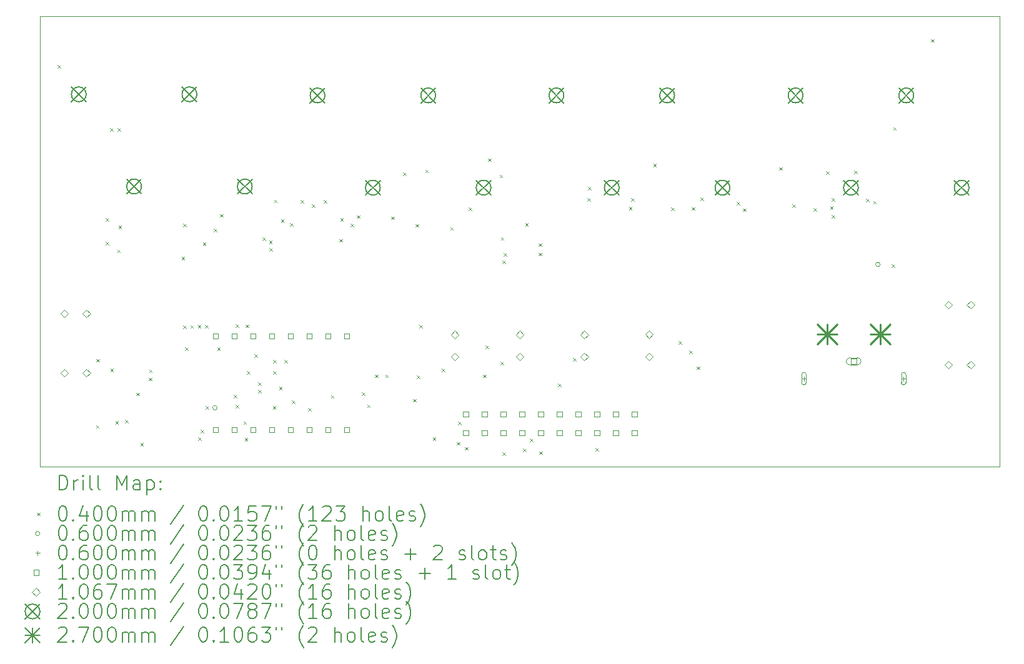
<source format=gbr>
%TF.GenerationSoftware,KiCad,Pcbnew,8.0.3*%
%TF.CreationDate,2025-06-04T12:12:42-07:00*%
%TF.ProjectId,Power_Distribution,506f7765-725f-4446-9973-747269627574,rev?*%
%TF.SameCoordinates,Original*%
%TF.FileFunction,Drillmap*%
%TF.FilePolarity,Positive*%
%FSLAX45Y45*%
G04 Gerber Fmt 4.5, Leading zero omitted, Abs format (unit mm)*
G04 Created by KiCad (PCBNEW 8.0.3) date 2025-06-04 12:12:42*
%MOMM*%
%LPD*%
G01*
G04 APERTURE LIST*
%ADD10C,0.100000*%
%ADD11C,0.200000*%
%ADD12C,0.106680*%
%ADD13C,0.270000*%
G04 APERTURE END LIST*
D10*
X8153640Y-5227320D02*
X21153640Y-5227320D01*
X21153640Y-11328920D01*
X8153640Y-11328920D01*
X8153640Y-5227320D01*
D11*
D10*
X8388000Y-5887000D02*
X8428000Y-5927000D01*
X8428000Y-5887000D02*
X8388000Y-5927000D01*
X8910000Y-10768000D02*
X8950000Y-10808000D01*
X8950000Y-10768000D02*
X8910000Y-10808000D01*
X8916000Y-9870000D02*
X8956000Y-9910000D01*
X8956000Y-9870000D02*
X8916000Y-9910000D01*
X9039400Y-8285800D02*
X9079400Y-8325800D01*
X9079400Y-8285800D02*
X9039400Y-8325800D01*
X9040000Y-7960000D02*
X9080000Y-8000000D01*
X9080000Y-7960000D02*
X9040000Y-8000000D01*
X9099247Y-6740895D02*
X9139247Y-6780895D01*
X9139247Y-6740895D02*
X9099247Y-6780895D01*
X9104000Y-10005000D02*
X9144000Y-10045000D01*
X9144000Y-10005000D02*
X9104000Y-10045000D01*
X9171113Y-10712113D02*
X9211113Y-10752113D01*
X9211113Y-10712113D02*
X9171113Y-10752113D01*
X9197000Y-8390000D02*
X9237000Y-8430000D01*
X9237000Y-8390000D02*
X9197000Y-8430000D01*
X9202000Y-6745000D02*
X9242000Y-6785000D01*
X9242000Y-6745000D02*
X9202000Y-6785000D01*
X9213482Y-8063000D02*
X9253482Y-8103000D01*
X9253482Y-8063000D02*
X9213482Y-8103000D01*
X9301800Y-10698800D02*
X9341800Y-10738800D01*
X9341800Y-10698800D02*
X9301800Y-10738800D01*
X9458000Y-10328000D02*
X9498000Y-10368000D01*
X9498000Y-10328000D02*
X9458000Y-10368000D01*
X9509596Y-11006800D02*
X9549596Y-11046800D01*
X9549596Y-11006800D02*
X9509596Y-11046800D01*
X9626000Y-10125000D02*
X9666000Y-10165000D01*
X9666000Y-10125000D02*
X9626000Y-10165000D01*
X9628000Y-10014000D02*
X9668000Y-10054000D01*
X9668000Y-10014000D02*
X9628000Y-10054000D01*
X10068100Y-8483920D02*
X10108100Y-8523920D01*
X10108100Y-8483920D02*
X10068100Y-8523920D01*
X10087050Y-8036880D02*
X10127050Y-8076880D01*
X10127050Y-8036880D02*
X10087050Y-8076880D01*
X10088000Y-9419000D02*
X10128000Y-9459000D01*
X10128000Y-9419000D02*
X10088000Y-9459000D01*
X10115680Y-9717291D02*
X10155680Y-9757291D01*
X10155680Y-9717291D02*
X10115680Y-9757291D01*
X10188170Y-9413512D02*
X10228170Y-9453512D01*
X10228170Y-9413512D02*
X10188170Y-9453512D01*
X10288487Y-9412712D02*
X10328487Y-9452712D01*
X10328487Y-9412712D02*
X10288487Y-9452712D01*
X10292000Y-10933000D02*
X10332000Y-10973000D01*
X10332000Y-10933000D02*
X10292000Y-10973000D01*
X10329000Y-10835000D02*
X10369000Y-10875000D01*
X10369000Y-10835000D02*
X10329000Y-10875000D01*
X10357240Y-8290880D02*
X10397240Y-8330880D01*
X10397240Y-8290880D02*
X10357240Y-8330880D01*
X10388707Y-9408230D02*
X10428707Y-9448230D01*
X10428707Y-9408230D02*
X10388707Y-9448230D01*
X10394347Y-10510501D02*
X10434347Y-10550501D01*
X10434347Y-10510501D02*
X10394347Y-10550501D01*
X10501860Y-8107611D02*
X10541860Y-8147611D01*
X10541860Y-8107611D02*
X10501860Y-8147611D01*
X10551982Y-9712741D02*
X10591982Y-9752741D01*
X10591982Y-9712741D02*
X10551982Y-9752741D01*
X10586615Y-7907134D02*
X10626615Y-7947134D01*
X10626615Y-7907134D02*
X10586615Y-7947134D01*
X10776830Y-10356600D02*
X10816830Y-10396600D01*
X10816830Y-10356600D02*
X10776830Y-10396600D01*
X10799063Y-9402756D02*
X10839063Y-9442756D01*
X10839063Y-9402756D02*
X10799063Y-9442756D01*
X10800400Y-10495600D02*
X10840400Y-10535600D01*
X10840400Y-10495600D02*
X10800400Y-10535600D01*
X10907522Y-10716880D02*
X10947522Y-10756880D01*
X10947522Y-10716880D02*
X10907522Y-10756880D01*
X10923529Y-10944782D02*
X10963529Y-10984782D01*
X10963529Y-10944782D02*
X10923529Y-10984782D01*
X10936000Y-9405000D02*
X10976000Y-9445000D01*
X10976000Y-9405000D02*
X10936000Y-9445000D01*
X10956289Y-10036631D02*
X10996289Y-10076631D01*
X10996289Y-10036631D02*
X10956289Y-10076631D01*
X11054400Y-9809800D02*
X11094400Y-9849800D01*
X11094400Y-9809800D02*
X11054400Y-9849800D01*
X11105200Y-10292400D02*
X11145200Y-10332400D01*
X11145200Y-10292400D02*
X11105200Y-10332400D01*
X11107829Y-10188171D02*
X11147829Y-10228171D01*
X11147829Y-10188171D02*
X11107829Y-10228171D01*
X11162254Y-8225759D02*
X11202254Y-8265759D01*
X11202254Y-8225759D02*
X11162254Y-8265759D01*
X11255000Y-8264000D02*
X11295000Y-8304000D01*
X11295000Y-8264000D02*
X11255000Y-8304000D01*
X11260204Y-8365654D02*
X11300204Y-8405654D01*
X11300204Y-8365654D02*
X11260204Y-8405654D01*
X11305242Y-10509448D02*
X11345242Y-10549448D01*
X11345242Y-10509448D02*
X11305242Y-10549448D01*
X11308400Y-9886000D02*
X11348400Y-9926000D01*
X11348400Y-9886000D02*
X11308400Y-9926000D01*
X11308400Y-10038400D02*
X11348400Y-10078400D01*
X11348400Y-10038400D02*
X11308400Y-10078400D01*
X11323000Y-7711000D02*
X11363000Y-7751000D01*
X11363000Y-7711000D02*
X11323000Y-7751000D01*
X11388667Y-10247560D02*
X11428667Y-10287560D01*
X11428667Y-10247560D02*
X11388667Y-10287560D01*
X11413963Y-7981463D02*
X11453963Y-8021463D01*
X11453963Y-7981463D02*
X11413963Y-8021463D01*
X11460800Y-9886000D02*
X11500800Y-9926000D01*
X11500800Y-9886000D02*
X11460800Y-9926000D01*
X11537000Y-8031800D02*
X11577000Y-8071800D01*
X11577000Y-8031800D02*
X11537000Y-8071800D01*
X11564560Y-10431370D02*
X11604560Y-10471370D01*
X11604560Y-10431370D02*
X11564560Y-10471370D01*
X11681713Y-7713713D02*
X11721713Y-7753713D01*
X11721713Y-7713713D02*
X11681713Y-7753713D01*
X11784000Y-10535000D02*
X11824000Y-10575000D01*
X11824000Y-10535000D02*
X11784000Y-10575000D01*
X11834026Y-7772526D02*
X11874026Y-7812526D01*
X11874026Y-7772526D02*
X11834026Y-7812526D01*
X11994000Y-7718000D02*
X12034000Y-7758000D01*
X12034000Y-7718000D02*
X11994000Y-7758000D01*
X12092500Y-10362500D02*
X12132500Y-10402500D01*
X12132500Y-10362500D02*
X12092500Y-10402500D01*
X12206901Y-8245040D02*
X12246901Y-8285040D01*
X12246901Y-8245040D02*
X12206901Y-8285040D01*
X12220000Y-7962500D02*
X12260000Y-8002500D01*
X12260000Y-7962500D02*
X12220000Y-8002500D01*
X12360280Y-8037817D02*
X12400280Y-8077817D01*
X12400280Y-8037817D02*
X12360280Y-8077817D01*
X12446000Y-7924000D02*
X12486000Y-7964000D01*
X12486000Y-7924000D02*
X12446000Y-7964000D01*
X12511180Y-10323170D02*
X12551180Y-10363170D01*
X12551180Y-10323170D02*
X12511180Y-10363170D01*
X12584000Y-10489000D02*
X12624000Y-10529000D01*
X12624000Y-10489000D02*
X12584000Y-10529000D01*
X12688000Y-10082000D02*
X12728000Y-10122000D01*
X12728000Y-10082000D02*
X12688000Y-10122000D01*
X12830000Y-10082000D02*
X12870000Y-10122000D01*
X12870000Y-10082000D02*
X12830000Y-10122000D01*
X12907500Y-7940000D02*
X12947500Y-7980000D01*
X12947500Y-7940000D02*
X12907500Y-7980000D01*
X13073000Y-7345040D02*
X13113000Y-7385040D01*
X13113000Y-7345040D02*
X13073000Y-7385040D01*
X13206000Y-10412560D02*
X13246000Y-10452560D01*
X13246000Y-10412560D02*
X13206000Y-10452560D01*
X13238800Y-8041960D02*
X13278800Y-8081960D01*
X13278800Y-8041960D02*
X13238800Y-8081960D01*
X13254000Y-10095000D02*
X13294000Y-10135000D01*
X13294000Y-10095000D02*
X13254000Y-10135000D01*
X13291000Y-9411000D02*
X13331000Y-9451000D01*
X13331000Y-9411000D02*
X13291000Y-9451000D01*
X13370000Y-7304560D02*
X13410000Y-7344560D01*
X13410000Y-7304560D02*
X13370000Y-7344560D01*
X13472440Y-10933440D02*
X13512440Y-10973440D01*
X13512440Y-10933440D02*
X13472440Y-10973440D01*
X13596831Y-10003880D02*
X13636831Y-10043880D01*
X13636831Y-10003880D02*
X13596831Y-10043880D01*
X13710551Y-8083987D02*
X13750551Y-8123987D01*
X13750551Y-8083987D02*
X13710551Y-8123987D01*
X13801000Y-10998000D02*
X13841000Y-11038000D01*
X13841000Y-10998000D02*
X13801000Y-11038000D01*
X13816210Y-10720057D02*
X13856210Y-10760057D01*
X13856210Y-10720057D02*
X13816210Y-10760057D01*
X13910204Y-11066040D02*
X13950204Y-11106040D01*
X13950204Y-11066040D02*
X13910204Y-11106040D01*
X13958000Y-7816000D02*
X13998000Y-7856000D01*
X13998000Y-7816000D02*
X13958000Y-7856000D01*
X14153000Y-10082000D02*
X14193000Y-10122000D01*
X14193000Y-10082000D02*
X14153000Y-10122000D01*
X14188000Y-9688000D02*
X14228000Y-9728000D01*
X14228000Y-9688000D02*
X14188000Y-9728000D01*
X14222000Y-7153440D02*
X14262000Y-7193440D01*
X14262000Y-7153440D02*
X14222000Y-7193440D01*
X14377943Y-7373240D02*
X14417943Y-7413240D01*
X14417943Y-7373240D02*
X14377943Y-7413240D01*
X14394104Y-9908900D02*
X14434104Y-9948900D01*
X14434104Y-9908900D02*
X14394104Y-9948900D01*
X14396000Y-8219000D02*
X14436000Y-8259000D01*
X14436000Y-8219000D02*
X14396000Y-8259000D01*
X14415736Y-11137782D02*
X14455736Y-11177782D01*
X14455736Y-11137782D02*
X14415736Y-11177782D01*
X14416000Y-8536000D02*
X14456000Y-8576000D01*
X14456000Y-8536000D02*
X14416000Y-8576000D01*
X14431040Y-8435726D02*
X14471040Y-8475726D01*
X14471040Y-8435726D02*
X14431040Y-8475726D01*
X14697559Y-11087790D02*
X14737559Y-11127790D01*
X14737559Y-11087790D02*
X14697559Y-11127790D01*
X14726387Y-8030433D02*
X14766387Y-8070433D01*
X14766387Y-8030433D02*
X14726387Y-8070433D01*
X14791000Y-10952000D02*
X14831000Y-10992000D01*
X14831000Y-10952000D02*
X14791000Y-10992000D01*
X14904800Y-8432119D02*
X14944800Y-8472119D01*
X14944800Y-8432119D02*
X14904800Y-8472119D01*
X14905590Y-8304496D02*
X14945590Y-8344496D01*
X14945590Y-8304496D02*
X14905590Y-8344496D01*
X14919000Y-11124000D02*
X14959000Y-11164000D01*
X14959000Y-11124000D02*
X14919000Y-11164000D01*
X15169000Y-10208000D02*
X15209000Y-10248000D01*
X15209000Y-10208000D02*
X15169000Y-10248000D01*
X15374268Y-9859442D02*
X15414268Y-9899442D01*
X15414268Y-9859442D02*
X15374268Y-9899442D01*
X15567374Y-7692200D02*
X15607374Y-7732200D01*
X15607374Y-7692200D02*
X15567374Y-7732200D01*
X15578440Y-7537003D02*
X15618440Y-7577003D01*
X15618440Y-7537003D02*
X15578440Y-7577003D01*
X15678000Y-11079000D02*
X15718000Y-11119000D01*
X15718000Y-11079000D02*
X15678000Y-11119000D01*
X16131560Y-7809654D02*
X16171560Y-7849654D01*
X16171560Y-7809654D02*
X16131560Y-7849654D01*
X16162000Y-7691000D02*
X16202000Y-7731000D01*
X16202000Y-7691000D02*
X16162000Y-7731000D01*
X16462000Y-7223440D02*
X16502000Y-7263440D01*
X16502000Y-7223440D02*
X16462000Y-7263440D01*
X16705000Y-7815000D02*
X16745000Y-7855000D01*
X16745000Y-7815000D02*
X16705000Y-7855000D01*
X16803000Y-9632000D02*
X16843000Y-9672000D01*
X16843000Y-9632000D02*
X16803000Y-9672000D01*
X16947200Y-9759000D02*
X16987200Y-9799000D01*
X16987200Y-9759000D02*
X16947200Y-9799000D01*
X16980680Y-7812819D02*
X17020680Y-7852819D01*
X17020680Y-7812819D02*
X16980680Y-7852819D01*
X17052000Y-9971730D02*
X17092000Y-10011730D01*
X17092000Y-9971730D02*
X17052000Y-10011730D01*
X17100657Y-7681483D02*
X17140657Y-7721483D01*
X17140657Y-7681483D02*
X17100657Y-7721483D01*
X17592000Y-7741000D02*
X17632000Y-7781000D01*
X17632000Y-7741000D02*
X17592000Y-7781000D01*
X17677720Y-7829720D02*
X17717720Y-7869720D01*
X17717720Y-7829720D02*
X17677720Y-7869720D01*
X18164503Y-7271090D02*
X18204503Y-7311090D01*
X18204503Y-7271090D02*
X18164503Y-7311090D01*
X18347000Y-7773000D02*
X18387000Y-7813000D01*
X18387000Y-7773000D02*
X18347000Y-7813000D01*
X18632000Y-7829000D02*
X18672000Y-7869000D01*
X18672000Y-7829000D02*
X18632000Y-7869000D01*
X18801000Y-7326000D02*
X18841000Y-7366000D01*
X18841000Y-7326000D02*
X18801000Y-7366000D01*
X18856702Y-7798254D02*
X18896702Y-7838254D01*
X18896702Y-7798254D02*
X18856702Y-7838254D01*
X18879037Y-7692263D02*
X18919037Y-7732263D01*
X18919037Y-7692263D02*
X18879037Y-7732263D01*
X18881000Y-7922000D02*
X18921000Y-7962000D01*
X18921000Y-7922000D02*
X18881000Y-7962000D01*
X19181000Y-7316000D02*
X19221000Y-7356000D01*
X19221000Y-7316000D02*
X19181000Y-7356000D01*
X19345000Y-7698000D02*
X19385000Y-7738000D01*
X19385000Y-7698000D02*
X19345000Y-7738000D01*
X19440684Y-7728144D02*
X19480684Y-7768144D01*
X19480684Y-7728144D02*
X19440684Y-7768144D01*
X19690400Y-8590600D02*
X19730400Y-8630600D01*
X19730400Y-8590600D02*
X19690400Y-8630600D01*
X19713305Y-6729000D02*
X19753305Y-6769000D01*
X19753305Y-6729000D02*
X19713305Y-6769000D01*
X20225000Y-5536000D02*
X20265000Y-5576000D01*
X20265000Y-5536000D02*
X20225000Y-5576000D01*
X10549657Y-10531986D02*
G75*
G02*
X10489657Y-10531986I-30000J0D01*
G01*
X10489657Y-10531986D02*
G75*
G02*
X10549657Y-10531986I30000J0D01*
G01*
X19534740Y-8590327D02*
G75*
G02*
X19474740Y-8590327I-30000J0D01*
G01*
X19474740Y-8590327D02*
G75*
G02*
X19534740Y-8590327I30000J0D01*
G01*
X18502000Y-10108000D02*
X18502000Y-10168000D01*
X18472000Y-10138000D02*
X18532000Y-10138000D01*
X18532000Y-10193000D02*
X18532000Y-10083000D01*
X18472000Y-10083000D02*
G75*
G02*
X18532000Y-10083000I30000J0D01*
G01*
X18472000Y-10083000D02*
X18472000Y-10193000D01*
X18472000Y-10193000D02*
G75*
G03*
X18532000Y-10193000I30000J0D01*
G01*
X19852000Y-10108000D02*
X19852000Y-10168000D01*
X19822000Y-10138000D02*
X19882000Y-10138000D01*
X19882000Y-10193000D02*
X19882000Y-10083000D01*
X19822000Y-10083000D02*
G75*
G02*
X19882000Y-10083000I30000J0D01*
G01*
X19822000Y-10083000D02*
X19822000Y-10193000D01*
X19822000Y-10193000D02*
G75*
G03*
X19882000Y-10193000I30000J0D01*
G01*
X10564356Y-9598556D02*
X10564356Y-9527844D01*
X10493644Y-9527844D01*
X10493644Y-9598556D01*
X10564356Y-9598556D01*
X10564356Y-10868556D02*
X10564356Y-10797844D01*
X10493644Y-10797844D01*
X10493644Y-10868556D01*
X10564356Y-10868556D01*
X10818356Y-9598556D02*
X10818356Y-9527844D01*
X10747644Y-9527844D01*
X10747644Y-9598556D01*
X10818356Y-9598556D01*
X10818356Y-10868556D02*
X10818356Y-10797844D01*
X10747644Y-10797844D01*
X10747644Y-10868556D01*
X10818356Y-10868556D01*
X11072356Y-9598556D02*
X11072356Y-9527844D01*
X11001644Y-9527844D01*
X11001644Y-9598556D01*
X11072356Y-9598556D01*
X11072356Y-10868556D02*
X11072356Y-10797844D01*
X11001644Y-10797844D01*
X11001644Y-10868556D01*
X11072356Y-10868556D01*
X11326356Y-9598556D02*
X11326356Y-9527844D01*
X11255644Y-9527844D01*
X11255644Y-9598556D01*
X11326356Y-9598556D01*
X11326356Y-10868556D02*
X11326356Y-10797844D01*
X11255644Y-10797844D01*
X11255644Y-10868556D01*
X11326356Y-10868556D01*
X11580356Y-9598556D02*
X11580356Y-9527844D01*
X11509644Y-9527844D01*
X11509644Y-9598556D01*
X11580356Y-9598556D01*
X11580356Y-10868556D02*
X11580356Y-10797844D01*
X11509644Y-10797844D01*
X11509644Y-10868556D01*
X11580356Y-10868556D01*
X11834356Y-9598556D02*
X11834356Y-9527844D01*
X11763644Y-9527844D01*
X11763644Y-9598556D01*
X11834356Y-9598556D01*
X11834356Y-10868556D02*
X11834356Y-10797844D01*
X11763644Y-10797844D01*
X11763644Y-10868556D01*
X11834356Y-10868556D01*
X12088356Y-9598556D02*
X12088356Y-9527844D01*
X12017644Y-9527844D01*
X12017644Y-9598556D01*
X12088356Y-9598556D01*
X12088356Y-10868556D02*
X12088356Y-10797844D01*
X12017644Y-10797844D01*
X12017644Y-10868556D01*
X12088356Y-10868556D01*
X12342356Y-9598556D02*
X12342356Y-9527844D01*
X12271644Y-9527844D01*
X12271644Y-9598556D01*
X12342356Y-9598556D01*
X12342356Y-10868556D02*
X12342356Y-10797844D01*
X12271644Y-10797844D01*
X12271644Y-10868556D01*
X12342356Y-10868556D01*
X13954356Y-10656356D02*
X13954356Y-10585644D01*
X13883644Y-10585644D01*
X13883644Y-10656356D01*
X13954356Y-10656356D01*
X13954356Y-10910356D02*
X13954356Y-10839644D01*
X13883644Y-10839644D01*
X13883644Y-10910356D01*
X13954356Y-10910356D01*
X14208356Y-10656356D02*
X14208356Y-10585644D01*
X14137644Y-10585644D01*
X14137644Y-10656356D01*
X14208356Y-10656356D01*
X14208356Y-10910356D02*
X14208356Y-10839644D01*
X14137644Y-10839644D01*
X14137644Y-10910356D01*
X14208356Y-10910356D01*
X14462356Y-10656356D02*
X14462356Y-10585644D01*
X14391644Y-10585644D01*
X14391644Y-10656356D01*
X14462356Y-10656356D01*
X14462356Y-10910356D02*
X14462356Y-10839644D01*
X14391644Y-10839644D01*
X14391644Y-10910356D01*
X14462356Y-10910356D01*
X14716356Y-10656356D02*
X14716356Y-10585644D01*
X14645644Y-10585644D01*
X14645644Y-10656356D01*
X14716356Y-10656356D01*
X14716356Y-10910356D02*
X14716356Y-10839644D01*
X14645644Y-10839644D01*
X14645644Y-10910356D01*
X14716356Y-10910356D01*
X14970356Y-10656356D02*
X14970356Y-10585644D01*
X14899644Y-10585644D01*
X14899644Y-10656356D01*
X14970356Y-10656356D01*
X14970356Y-10910356D02*
X14970356Y-10839644D01*
X14899644Y-10839644D01*
X14899644Y-10910356D01*
X14970356Y-10910356D01*
X15224356Y-10656356D02*
X15224356Y-10585644D01*
X15153644Y-10585644D01*
X15153644Y-10656356D01*
X15224356Y-10656356D01*
X15224356Y-10910356D02*
X15224356Y-10839644D01*
X15153644Y-10839644D01*
X15153644Y-10910356D01*
X15224356Y-10910356D01*
X15478356Y-10656356D02*
X15478356Y-10585644D01*
X15407644Y-10585644D01*
X15407644Y-10656356D01*
X15478356Y-10656356D01*
X15478356Y-10910356D02*
X15478356Y-10839644D01*
X15407644Y-10839644D01*
X15407644Y-10910356D01*
X15478356Y-10910356D01*
X15732356Y-10656356D02*
X15732356Y-10585644D01*
X15661644Y-10585644D01*
X15661644Y-10656356D01*
X15732356Y-10656356D01*
X15732356Y-10910356D02*
X15732356Y-10839644D01*
X15661644Y-10839644D01*
X15661644Y-10910356D01*
X15732356Y-10910356D01*
X15986356Y-10656356D02*
X15986356Y-10585644D01*
X15915644Y-10585644D01*
X15915644Y-10656356D01*
X15986356Y-10656356D01*
X15986356Y-10910356D02*
X15986356Y-10839644D01*
X15915644Y-10839644D01*
X15915644Y-10910356D01*
X15986356Y-10910356D01*
X16240356Y-10656356D02*
X16240356Y-10585644D01*
X16169644Y-10585644D01*
X16169644Y-10656356D01*
X16240356Y-10656356D01*
X16240356Y-10910356D02*
X16240356Y-10839644D01*
X16169644Y-10839644D01*
X16169644Y-10910356D01*
X16240356Y-10910356D01*
X19212356Y-9938356D02*
X19212356Y-9867644D01*
X19141644Y-9867644D01*
X19141644Y-9938356D01*
X19212356Y-9938356D01*
X19227000Y-9853000D02*
X19127000Y-9853000D01*
X19127000Y-9953000D02*
G75*
G02*
X19127000Y-9853000I0J50000D01*
G01*
X19127000Y-9953000D02*
X19227000Y-9953000D01*
X19227000Y-9953000D02*
G75*
G03*
X19227000Y-9853000I0J50000D01*
G01*
D12*
X8480000Y-9308340D02*
X8533340Y-9255000D01*
X8480000Y-9201660D01*
X8426660Y-9255000D01*
X8480000Y-9308340D01*
X8480000Y-10112340D02*
X8533340Y-10059000D01*
X8480000Y-10005660D01*
X8426660Y-10059000D01*
X8480000Y-10112340D01*
X8780000Y-9308340D02*
X8833340Y-9255000D01*
X8780000Y-9201660D01*
X8726660Y-9255000D01*
X8780000Y-9308340D01*
X8780000Y-10112340D02*
X8833340Y-10059000D01*
X8780000Y-10005660D01*
X8726660Y-10059000D01*
X8780000Y-10112340D01*
X13773320Y-9593340D02*
X13826660Y-9540000D01*
X13773320Y-9486660D01*
X13719980Y-9540000D01*
X13773320Y-9593340D01*
X13773320Y-9893340D02*
X13826660Y-9840000D01*
X13773320Y-9786660D01*
X13719980Y-9840000D01*
X13773320Y-9893340D01*
X14650880Y-9593340D02*
X14704220Y-9540000D01*
X14650880Y-9486660D01*
X14597540Y-9540000D01*
X14650880Y-9593340D01*
X14650880Y-9893340D02*
X14704220Y-9840000D01*
X14650880Y-9786660D01*
X14597540Y-9840000D01*
X14650880Y-9893340D01*
X15528440Y-9593340D02*
X15581780Y-9540000D01*
X15528440Y-9486660D01*
X15475100Y-9540000D01*
X15528440Y-9593340D01*
X15528440Y-9893340D02*
X15581780Y-9840000D01*
X15528440Y-9786660D01*
X15475100Y-9840000D01*
X15528440Y-9893340D01*
X16406000Y-9592340D02*
X16459340Y-9539000D01*
X16406000Y-9485660D01*
X16352660Y-9539000D01*
X16406000Y-9592340D01*
X16406000Y-9892340D02*
X16459340Y-9839000D01*
X16406000Y-9785660D01*
X16352660Y-9839000D01*
X16406000Y-9892340D01*
X20462000Y-9191340D02*
X20515340Y-9138000D01*
X20462000Y-9084660D01*
X20408660Y-9138000D01*
X20462000Y-9191340D01*
X20462000Y-10004340D02*
X20515340Y-9951000D01*
X20462000Y-9897660D01*
X20408660Y-9951000D01*
X20462000Y-10004340D01*
X20762000Y-9191340D02*
X20815340Y-9138000D01*
X20762000Y-9084660D01*
X20708660Y-9138000D01*
X20762000Y-9191340D01*
X20762000Y-10004340D02*
X20815340Y-9951000D01*
X20762000Y-9897660D01*
X20708660Y-9951000D01*
X20762000Y-10004340D01*
D11*
X8575240Y-6183960D02*
X8775240Y-6383960D01*
X8775240Y-6183960D02*
X8575240Y-6383960D01*
X8775240Y-6283960D02*
G75*
G02*
X8575240Y-6283960I-100000J0D01*
G01*
X8575240Y-6283960D02*
G75*
G02*
X8775240Y-6283960I100000J0D01*
G01*
X9325240Y-7433960D02*
X9525240Y-7633960D01*
X9525240Y-7433960D02*
X9325240Y-7633960D01*
X9525240Y-7533960D02*
G75*
G02*
X9325240Y-7533960I-100000J0D01*
G01*
X9325240Y-7533960D02*
G75*
G02*
X9525240Y-7533960I100000J0D01*
G01*
X10075240Y-6183960D02*
X10275240Y-6383960D01*
X10275240Y-6183960D02*
X10075240Y-6383960D01*
X10275240Y-6283960D02*
G75*
G02*
X10075240Y-6283960I-100000J0D01*
G01*
X10075240Y-6283960D02*
G75*
G02*
X10275240Y-6283960I100000J0D01*
G01*
X10825240Y-7433960D02*
X11025240Y-7633960D01*
X11025240Y-7433960D02*
X10825240Y-7633960D01*
X11025240Y-7533960D02*
G75*
G02*
X10825240Y-7533960I-100000J0D01*
G01*
X10825240Y-7533960D02*
G75*
G02*
X11025240Y-7533960I100000J0D01*
G01*
X11811200Y-6199200D02*
X12011200Y-6399200D01*
X12011200Y-6199200D02*
X11811200Y-6399200D01*
X12011200Y-6299200D02*
G75*
G02*
X11811200Y-6299200I-100000J0D01*
G01*
X11811200Y-6299200D02*
G75*
G02*
X12011200Y-6299200I100000J0D01*
G01*
X12561200Y-7449200D02*
X12761200Y-7649200D01*
X12761200Y-7449200D02*
X12561200Y-7649200D01*
X12761200Y-7549200D02*
G75*
G02*
X12561200Y-7549200I-100000J0D01*
G01*
X12561200Y-7549200D02*
G75*
G02*
X12761200Y-7549200I100000J0D01*
G01*
X13311200Y-6199200D02*
X13511200Y-6399200D01*
X13511200Y-6199200D02*
X13311200Y-6399200D01*
X13511200Y-6299200D02*
G75*
G02*
X13311200Y-6299200I-100000J0D01*
G01*
X13311200Y-6299200D02*
G75*
G02*
X13511200Y-6299200I100000J0D01*
G01*
X14061200Y-7449200D02*
X14261200Y-7649200D01*
X14261200Y-7449200D02*
X14061200Y-7649200D01*
X14261200Y-7549200D02*
G75*
G02*
X14061200Y-7549200I-100000J0D01*
G01*
X14061200Y-7549200D02*
G75*
G02*
X14261200Y-7549200I100000J0D01*
G01*
X15048560Y-6199200D02*
X15248560Y-6399200D01*
X15248560Y-6199200D02*
X15048560Y-6399200D01*
X15248560Y-6299200D02*
G75*
G02*
X15048560Y-6299200I-100000J0D01*
G01*
X15048560Y-6299200D02*
G75*
G02*
X15248560Y-6299200I100000J0D01*
G01*
X15798560Y-7449200D02*
X15998560Y-7649200D01*
X15998560Y-7449200D02*
X15798560Y-7649200D01*
X15998560Y-7549200D02*
G75*
G02*
X15798560Y-7549200I-100000J0D01*
G01*
X15798560Y-7549200D02*
G75*
G02*
X15998560Y-7549200I100000J0D01*
G01*
X16548560Y-6199200D02*
X16748560Y-6399200D01*
X16748560Y-6199200D02*
X16548560Y-6399200D01*
X16748560Y-6299200D02*
G75*
G02*
X16548560Y-6299200I-100000J0D01*
G01*
X16548560Y-6299200D02*
G75*
G02*
X16748560Y-6299200I100000J0D01*
G01*
X17298560Y-7449200D02*
X17498560Y-7649200D01*
X17498560Y-7449200D02*
X17298560Y-7649200D01*
X17498560Y-7549200D02*
G75*
G02*
X17298560Y-7549200I-100000J0D01*
G01*
X17298560Y-7549200D02*
G75*
G02*
X17498560Y-7549200I100000J0D01*
G01*
X18289600Y-6199200D02*
X18489600Y-6399200D01*
X18489600Y-6199200D02*
X18289600Y-6399200D01*
X18489600Y-6299200D02*
G75*
G02*
X18289600Y-6299200I-100000J0D01*
G01*
X18289600Y-6299200D02*
G75*
G02*
X18489600Y-6299200I100000J0D01*
G01*
X19039600Y-7449200D02*
X19239600Y-7649200D01*
X19239600Y-7449200D02*
X19039600Y-7649200D01*
X19239600Y-7549200D02*
G75*
G02*
X19039600Y-7549200I-100000J0D01*
G01*
X19039600Y-7549200D02*
G75*
G02*
X19239600Y-7549200I100000J0D01*
G01*
X19789600Y-6199200D02*
X19989600Y-6399200D01*
X19989600Y-6199200D02*
X19789600Y-6399200D01*
X19989600Y-6299200D02*
G75*
G02*
X19789600Y-6299200I-100000J0D01*
G01*
X19789600Y-6299200D02*
G75*
G02*
X19989600Y-6299200I100000J0D01*
G01*
X20539600Y-7449200D02*
X20739600Y-7649200D01*
X20739600Y-7449200D02*
X20539600Y-7649200D01*
X20739600Y-7549200D02*
G75*
G02*
X20539600Y-7549200I-100000J0D01*
G01*
X20539600Y-7549200D02*
G75*
G02*
X20739600Y-7549200I100000J0D01*
G01*
D13*
X18682000Y-9403000D02*
X18952000Y-9673000D01*
X18952000Y-9403000D02*
X18682000Y-9673000D01*
X18817000Y-9403000D02*
X18817000Y-9673000D01*
X18682000Y-9538000D02*
X18952000Y-9538000D01*
X19402000Y-9403000D02*
X19672000Y-9673000D01*
X19672000Y-9403000D02*
X19402000Y-9673000D01*
X19537000Y-9403000D02*
X19537000Y-9673000D01*
X19402000Y-9538000D02*
X19672000Y-9538000D01*
D11*
X8409417Y-11645404D02*
X8409417Y-11445404D01*
X8409417Y-11445404D02*
X8457036Y-11445404D01*
X8457036Y-11445404D02*
X8485607Y-11454928D01*
X8485607Y-11454928D02*
X8504655Y-11473975D01*
X8504655Y-11473975D02*
X8514179Y-11493023D01*
X8514179Y-11493023D02*
X8523703Y-11531118D01*
X8523703Y-11531118D02*
X8523703Y-11559689D01*
X8523703Y-11559689D02*
X8514179Y-11597785D01*
X8514179Y-11597785D02*
X8504655Y-11616832D01*
X8504655Y-11616832D02*
X8485607Y-11635880D01*
X8485607Y-11635880D02*
X8457036Y-11645404D01*
X8457036Y-11645404D02*
X8409417Y-11645404D01*
X8609417Y-11645404D02*
X8609417Y-11512070D01*
X8609417Y-11550166D02*
X8618941Y-11531118D01*
X8618941Y-11531118D02*
X8628464Y-11521594D01*
X8628464Y-11521594D02*
X8647512Y-11512070D01*
X8647512Y-11512070D02*
X8666560Y-11512070D01*
X8733226Y-11645404D02*
X8733226Y-11512070D01*
X8733226Y-11445404D02*
X8723703Y-11454928D01*
X8723703Y-11454928D02*
X8733226Y-11464451D01*
X8733226Y-11464451D02*
X8742750Y-11454928D01*
X8742750Y-11454928D02*
X8733226Y-11445404D01*
X8733226Y-11445404D02*
X8733226Y-11464451D01*
X8857036Y-11645404D02*
X8837988Y-11635880D01*
X8837988Y-11635880D02*
X8828464Y-11616832D01*
X8828464Y-11616832D02*
X8828464Y-11445404D01*
X8961798Y-11645404D02*
X8942750Y-11635880D01*
X8942750Y-11635880D02*
X8933226Y-11616832D01*
X8933226Y-11616832D02*
X8933226Y-11445404D01*
X9190369Y-11645404D02*
X9190369Y-11445404D01*
X9190369Y-11445404D02*
X9257036Y-11588261D01*
X9257036Y-11588261D02*
X9323703Y-11445404D01*
X9323703Y-11445404D02*
X9323703Y-11645404D01*
X9504655Y-11645404D02*
X9504655Y-11540642D01*
X9504655Y-11540642D02*
X9495131Y-11521594D01*
X9495131Y-11521594D02*
X9476084Y-11512070D01*
X9476084Y-11512070D02*
X9437988Y-11512070D01*
X9437988Y-11512070D02*
X9418941Y-11521594D01*
X9504655Y-11635880D02*
X9485607Y-11645404D01*
X9485607Y-11645404D02*
X9437988Y-11645404D01*
X9437988Y-11645404D02*
X9418941Y-11635880D01*
X9418941Y-11635880D02*
X9409417Y-11616832D01*
X9409417Y-11616832D02*
X9409417Y-11597785D01*
X9409417Y-11597785D02*
X9418941Y-11578737D01*
X9418941Y-11578737D02*
X9437988Y-11569213D01*
X9437988Y-11569213D02*
X9485607Y-11569213D01*
X9485607Y-11569213D02*
X9504655Y-11559689D01*
X9599893Y-11512070D02*
X9599893Y-11712070D01*
X9599893Y-11521594D02*
X9618941Y-11512070D01*
X9618941Y-11512070D02*
X9657036Y-11512070D01*
X9657036Y-11512070D02*
X9676084Y-11521594D01*
X9676084Y-11521594D02*
X9685607Y-11531118D01*
X9685607Y-11531118D02*
X9695131Y-11550166D01*
X9695131Y-11550166D02*
X9695131Y-11607308D01*
X9695131Y-11607308D02*
X9685607Y-11626356D01*
X9685607Y-11626356D02*
X9676084Y-11635880D01*
X9676084Y-11635880D02*
X9657036Y-11645404D01*
X9657036Y-11645404D02*
X9618941Y-11645404D01*
X9618941Y-11645404D02*
X9599893Y-11635880D01*
X9780845Y-11626356D02*
X9790369Y-11635880D01*
X9790369Y-11635880D02*
X9780845Y-11645404D01*
X9780845Y-11645404D02*
X9771322Y-11635880D01*
X9771322Y-11635880D02*
X9780845Y-11626356D01*
X9780845Y-11626356D02*
X9780845Y-11645404D01*
X9780845Y-11521594D02*
X9790369Y-11531118D01*
X9790369Y-11531118D02*
X9780845Y-11540642D01*
X9780845Y-11540642D02*
X9771322Y-11531118D01*
X9771322Y-11531118D02*
X9780845Y-11521594D01*
X9780845Y-11521594D02*
X9780845Y-11540642D01*
D10*
X8108640Y-11953920D02*
X8148640Y-11993920D01*
X8148640Y-11953920D02*
X8108640Y-11993920D01*
D11*
X8447512Y-11865404D02*
X8466560Y-11865404D01*
X8466560Y-11865404D02*
X8485607Y-11874928D01*
X8485607Y-11874928D02*
X8495131Y-11884451D01*
X8495131Y-11884451D02*
X8504655Y-11903499D01*
X8504655Y-11903499D02*
X8514179Y-11941594D01*
X8514179Y-11941594D02*
X8514179Y-11989213D01*
X8514179Y-11989213D02*
X8504655Y-12027308D01*
X8504655Y-12027308D02*
X8495131Y-12046356D01*
X8495131Y-12046356D02*
X8485607Y-12055880D01*
X8485607Y-12055880D02*
X8466560Y-12065404D01*
X8466560Y-12065404D02*
X8447512Y-12065404D01*
X8447512Y-12065404D02*
X8428464Y-12055880D01*
X8428464Y-12055880D02*
X8418941Y-12046356D01*
X8418941Y-12046356D02*
X8409417Y-12027308D01*
X8409417Y-12027308D02*
X8399893Y-11989213D01*
X8399893Y-11989213D02*
X8399893Y-11941594D01*
X8399893Y-11941594D02*
X8409417Y-11903499D01*
X8409417Y-11903499D02*
X8418941Y-11884451D01*
X8418941Y-11884451D02*
X8428464Y-11874928D01*
X8428464Y-11874928D02*
X8447512Y-11865404D01*
X8599893Y-12046356D02*
X8609417Y-12055880D01*
X8609417Y-12055880D02*
X8599893Y-12065404D01*
X8599893Y-12065404D02*
X8590369Y-12055880D01*
X8590369Y-12055880D02*
X8599893Y-12046356D01*
X8599893Y-12046356D02*
X8599893Y-12065404D01*
X8780845Y-11932070D02*
X8780845Y-12065404D01*
X8733226Y-11855880D02*
X8685607Y-11998737D01*
X8685607Y-11998737D02*
X8809417Y-11998737D01*
X8923703Y-11865404D02*
X8942750Y-11865404D01*
X8942750Y-11865404D02*
X8961798Y-11874928D01*
X8961798Y-11874928D02*
X8971322Y-11884451D01*
X8971322Y-11884451D02*
X8980845Y-11903499D01*
X8980845Y-11903499D02*
X8990369Y-11941594D01*
X8990369Y-11941594D02*
X8990369Y-11989213D01*
X8990369Y-11989213D02*
X8980845Y-12027308D01*
X8980845Y-12027308D02*
X8971322Y-12046356D01*
X8971322Y-12046356D02*
X8961798Y-12055880D01*
X8961798Y-12055880D02*
X8942750Y-12065404D01*
X8942750Y-12065404D02*
X8923703Y-12065404D01*
X8923703Y-12065404D02*
X8904655Y-12055880D01*
X8904655Y-12055880D02*
X8895131Y-12046356D01*
X8895131Y-12046356D02*
X8885607Y-12027308D01*
X8885607Y-12027308D02*
X8876084Y-11989213D01*
X8876084Y-11989213D02*
X8876084Y-11941594D01*
X8876084Y-11941594D02*
X8885607Y-11903499D01*
X8885607Y-11903499D02*
X8895131Y-11884451D01*
X8895131Y-11884451D02*
X8904655Y-11874928D01*
X8904655Y-11874928D02*
X8923703Y-11865404D01*
X9114179Y-11865404D02*
X9133226Y-11865404D01*
X9133226Y-11865404D02*
X9152274Y-11874928D01*
X9152274Y-11874928D02*
X9161798Y-11884451D01*
X9161798Y-11884451D02*
X9171322Y-11903499D01*
X9171322Y-11903499D02*
X9180845Y-11941594D01*
X9180845Y-11941594D02*
X9180845Y-11989213D01*
X9180845Y-11989213D02*
X9171322Y-12027308D01*
X9171322Y-12027308D02*
X9161798Y-12046356D01*
X9161798Y-12046356D02*
X9152274Y-12055880D01*
X9152274Y-12055880D02*
X9133226Y-12065404D01*
X9133226Y-12065404D02*
X9114179Y-12065404D01*
X9114179Y-12065404D02*
X9095131Y-12055880D01*
X9095131Y-12055880D02*
X9085607Y-12046356D01*
X9085607Y-12046356D02*
X9076084Y-12027308D01*
X9076084Y-12027308D02*
X9066560Y-11989213D01*
X9066560Y-11989213D02*
X9066560Y-11941594D01*
X9066560Y-11941594D02*
X9076084Y-11903499D01*
X9076084Y-11903499D02*
X9085607Y-11884451D01*
X9085607Y-11884451D02*
X9095131Y-11874928D01*
X9095131Y-11874928D02*
X9114179Y-11865404D01*
X9266560Y-12065404D02*
X9266560Y-11932070D01*
X9266560Y-11951118D02*
X9276084Y-11941594D01*
X9276084Y-11941594D02*
X9295131Y-11932070D01*
X9295131Y-11932070D02*
X9323703Y-11932070D01*
X9323703Y-11932070D02*
X9342750Y-11941594D01*
X9342750Y-11941594D02*
X9352274Y-11960642D01*
X9352274Y-11960642D02*
X9352274Y-12065404D01*
X9352274Y-11960642D02*
X9361798Y-11941594D01*
X9361798Y-11941594D02*
X9380845Y-11932070D01*
X9380845Y-11932070D02*
X9409417Y-11932070D01*
X9409417Y-11932070D02*
X9428465Y-11941594D01*
X9428465Y-11941594D02*
X9437988Y-11960642D01*
X9437988Y-11960642D02*
X9437988Y-12065404D01*
X9533226Y-12065404D02*
X9533226Y-11932070D01*
X9533226Y-11951118D02*
X9542750Y-11941594D01*
X9542750Y-11941594D02*
X9561798Y-11932070D01*
X9561798Y-11932070D02*
X9590369Y-11932070D01*
X9590369Y-11932070D02*
X9609417Y-11941594D01*
X9609417Y-11941594D02*
X9618941Y-11960642D01*
X9618941Y-11960642D02*
X9618941Y-12065404D01*
X9618941Y-11960642D02*
X9628465Y-11941594D01*
X9628465Y-11941594D02*
X9647512Y-11932070D01*
X9647512Y-11932070D02*
X9676084Y-11932070D01*
X9676084Y-11932070D02*
X9695131Y-11941594D01*
X9695131Y-11941594D02*
X9704655Y-11960642D01*
X9704655Y-11960642D02*
X9704655Y-12065404D01*
X10095131Y-11855880D02*
X9923703Y-12113023D01*
X10352274Y-11865404D02*
X10371322Y-11865404D01*
X10371322Y-11865404D02*
X10390369Y-11874928D01*
X10390369Y-11874928D02*
X10399893Y-11884451D01*
X10399893Y-11884451D02*
X10409417Y-11903499D01*
X10409417Y-11903499D02*
X10418941Y-11941594D01*
X10418941Y-11941594D02*
X10418941Y-11989213D01*
X10418941Y-11989213D02*
X10409417Y-12027308D01*
X10409417Y-12027308D02*
X10399893Y-12046356D01*
X10399893Y-12046356D02*
X10390369Y-12055880D01*
X10390369Y-12055880D02*
X10371322Y-12065404D01*
X10371322Y-12065404D02*
X10352274Y-12065404D01*
X10352274Y-12065404D02*
X10333227Y-12055880D01*
X10333227Y-12055880D02*
X10323703Y-12046356D01*
X10323703Y-12046356D02*
X10314179Y-12027308D01*
X10314179Y-12027308D02*
X10304655Y-11989213D01*
X10304655Y-11989213D02*
X10304655Y-11941594D01*
X10304655Y-11941594D02*
X10314179Y-11903499D01*
X10314179Y-11903499D02*
X10323703Y-11884451D01*
X10323703Y-11884451D02*
X10333227Y-11874928D01*
X10333227Y-11874928D02*
X10352274Y-11865404D01*
X10504655Y-12046356D02*
X10514179Y-12055880D01*
X10514179Y-12055880D02*
X10504655Y-12065404D01*
X10504655Y-12065404D02*
X10495131Y-12055880D01*
X10495131Y-12055880D02*
X10504655Y-12046356D01*
X10504655Y-12046356D02*
X10504655Y-12065404D01*
X10637988Y-11865404D02*
X10657036Y-11865404D01*
X10657036Y-11865404D02*
X10676084Y-11874928D01*
X10676084Y-11874928D02*
X10685608Y-11884451D01*
X10685608Y-11884451D02*
X10695131Y-11903499D01*
X10695131Y-11903499D02*
X10704655Y-11941594D01*
X10704655Y-11941594D02*
X10704655Y-11989213D01*
X10704655Y-11989213D02*
X10695131Y-12027308D01*
X10695131Y-12027308D02*
X10685608Y-12046356D01*
X10685608Y-12046356D02*
X10676084Y-12055880D01*
X10676084Y-12055880D02*
X10657036Y-12065404D01*
X10657036Y-12065404D02*
X10637988Y-12065404D01*
X10637988Y-12065404D02*
X10618941Y-12055880D01*
X10618941Y-12055880D02*
X10609417Y-12046356D01*
X10609417Y-12046356D02*
X10599893Y-12027308D01*
X10599893Y-12027308D02*
X10590369Y-11989213D01*
X10590369Y-11989213D02*
X10590369Y-11941594D01*
X10590369Y-11941594D02*
X10599893Y-11903499D01*
X10599893Y-11903499D02*
X10609417Y-11884451D01*
X10609417Y-11884451D02*
X10618941Y-11874928D01*
X10618941Y-11874928D02*
X10637988Y-11865404D01*
X10895131Y-12065404D02*
X10780846Y-12065404D01*
X10837988Y-12065404D02*
X10837988Y-11865404D01*
X10837988Y-11865404D02*
X10818941Y-11893975D01*
X10818941Y-11893975D02*
X10799893Y-11913023D01*
X10799893Y-11913023D02*
X10780846Y-11922547D01*
X11076084Y-11865404D02*
X10980846Y-11865404D01*
X10980846Y-11865404D02*
X10971322Y-11960642D01*
X10971322Y-11960642D02*
X10980846Y-11951118D01*
X10980846Y-11951118D02*
X10999893Y-11941594D01*
X10999893Y-11941594D02*
X11047512Y-11941594D01*
X11047512Y-11941594D02*
X11066560Y-11951118D01*
X11066560Y-11951118D02*
X11076084Y-11960642D01*
X11076084Y-11960642D02*
X11085608Y-11979689D01*
X11085608Y-11979689D02*
X11085608Y-12027308D01*
X11085608Y-12027308D02*
X11076084Y-12046356D01*
X11076084Y-12046356D02*
X11066560Y-12055880D01*
X11066560Y-12055880D02*
X11047512Y-12065404D01*
X11047512Y-12065404D02*
X10999893Y-12065404D01*
X10999893Y-12065404D02*
X10980846Y-12055880D01*
X10980846Y-12055880D02*
X10971322Y-12046356D01*
X11152274Y-11865404D02*
X11285607Y-11865404D01*
X11285607Y-11865404D02*
X11199893Y-12065404D01*
X11352274Y-11865404D02*
X11352274Y-11903499D01*
X11428465Y-11865404D02*
X11428465Y-11903499D01*
X11723703Y-12141594D02*
X11714179Y-12132070D01*
X11714179Y-12132070D02*
X11695131Y-12103499D01*
X11695131Y-12103499D02*
X11685608Y-12084451D01*
X11685608Y-12084451D02*
X11676084Y-12055880D01*
X11676084Y-12055880D02*
X11666560Y-12008261D01*
X11666560Y-12008261D02*
X11666560Y-11970166D01*
X11666560Y-11970166D02*
X11676084Y-11922547D01*
X11676084Y-11922547D02*
X11685608Y-11893975D01*
X11685608Y-11893975D02*
X11695131Y-11874928D01*
X11695131Y-11874928D02*
X11714179Y-11846356D01*
X11714179Y-11846356D02*
X11723703Y-11836832D01*
X11904655Y-12065404D02*
X11790369Y-12065404D01*
X11847512Y-12065404D02*
X11847512Y-11865404D01*
X11847512Y-11865404D02*
X11828465Y-11893975D01*
X11828465Y-11893975D02*
X11809417Y-11913023D01*
X11809417Y-11913023D02*
X11790369Y-11922547D01*
X11980846Y-11884451D02*
X11990369Y-11874928D01*
X11990369Y-11874928D02*
X12009417Y-11865404D01*
X12009417Y-11865404D02*
X12057036Y-11865404D01*
X12057036Y-11865404D02*
X12076084Y-11874928D01*
X12076084Y-11874928D02*
X12085608Y-11884451D01*
X12085608Y-11884451D02*
X12095131Y-11903499D01*
X12095131Y-11903499D02*
X12095131Y-11922547D01*
X12095131Y-11922547D02*
X12085608Y-11951118D01*
X12085608Y-11951118D02*
X11971322Y-12065404D01*
X11971322Y-12065404D02*
X12095131Y-12065404D01*
X12161798Y-11865404D02*
X12285608Y-11865404D01*
X12285608Y-11865404D02*
X12218941Y-11941594D01*
X12218941Y-11941594D02*
X12247512Y-11941594D01*
X12247512Y-11941594D02*
X12266560Y-11951118D01*
X12266560Y-11951118D02*
X12276084Y-11960642D01*
X12276084Y-11960642D02*
X12285608Y-11979689D01*
X12285608Y-11979689D02*
X12285608Y-12027308D01*
X12285608Y-12027308D02*
X12276084Y-12046356D01*
X12276084Y-12046356D02*
X12266560Y-12055880D01*
X12266560Y-12055880D02*
X12247512Y-12065404D01*
X12247512Y-12065404D02*
X12190369Y-12065404D01*
X12190369Y-12065404D02*
X12171322Y-12055880D01*
X12171322Y-12055880D02*
X12161798Y-12046356D01*
X12523703Y-12065404D02*
X12523703Y-11865404D01*
X12609417Y-12065404D02*
X12609417Y-11960642D01*
X12609417Y-11960642D02*
X12599893Y-11941594D01*
X12599893Y-11941594D02*
X12580846Y-11932070D01*
X12580846Y-11932070D02*
X12552274Y-11932070D01*
X12552274Y-11932070D02*
X12533227Y-11941594D01*
X12533227Y-11941594D02*
X12523703Y-11951118D01*
X12733227Y-12065404D02*
X12714179Y-12055880D01*
X12714179Y-12055880D02*
X12704655Y-12046356D01*
X12704655Y-12046356D02*
X12695131Y-12027308D01*
X12695131Y-12027308D02*
X12695131Y-11970166D01*
X12695131Y-11970166D02*
X12704655Y-11951118D01*
X12704655Y-11951118D02*
X12714179Y-11941594D01*
X12714179Y-11941594D02*
X12733227Y-11932070D01*
X12733227Y-11932070D02*
X12761798Y-11932070D01*
X12761798Y-11932070D02*
X12780846Y-11941594D01*
X12780846Y-11941594D02*
X12790370Y-11951118D01*
X12790370Y-11951118D02*
X12799893Y-11970166D01*
X12799893Y-11970166D02*
X12799893Y-12027308D01*
X12799893Y-12027308D02*
X12790370Y-12046356D01*
X12790370Y-12046356D02*
X12780846Y-12055880D01*
X12780846Y-12055880D02*
X12761798Y-12065404D01*
X12761798Y-12065404D02*
X12733227Y-12065404D01*
X12914179Y-12065404D02*
X12895131Y-12055880D01*
X12895131Y-12055880D02*
X12885608Y-12036832D01*
X12885608Y-12036832D02*
X12885608Y-11865404D01*
X13066560Y-12055880D02*
X13047512Y-12065404D01*
X13047512Y-12065404D02*
X13009417Y-12065404D01*
X13009417Y-12065404D02*
X12990370Y-12055880D01*
X12990370Y-12055880D02*
X12980846Y-12036832D01*
X12980846Y-12036832D02*
X12980846Y-11960642D01*
X12980846Y-11960642D02*
X12990370Y-11941594D01*
X12990370Y-11941594D02*
X13009417Y-11932070D01*
X13009417Y-11932070D02*
X13047512Y-11932070D01*
X13047512Y-11932070D02*
X13066560Y-11941594D01*
X13066560Y-11941594D02*
X13076084Y-11960642D01*
X13076084Y-11960642D02*
X13076084Y-11979689D01*
X13076084Y-11979689D02*
X12980846Y-11998737D01*
X13152274Y-12055880D02*
X13171322Y-12065404D01*
X13171322Y-12065404D02*
X13209417Y-12065404D01*
X13209417Y-12065404D02*
X13228465Y-12055880D01*
X13228465Y-12055880D02*
X13237989Y-12036832D01*
X13237989Y-12036832D02*
X13237989Y-12027308D01*
X13237989Y-12027308D02*
X13228465Y-12008261D01*
X13228465Y-12008261D02*
X13209417Y-11998737D01*
X13209417Y-11998737D02*
X13180846Y-11998737D01*
X13180846Y-11998737D02*
X13161798Y-11989213D01*
X13161798Y-11989213D02*
X13152274Y-11970166D01*
X13152274Y-11970166D02*
X13152274Y-11960642D01*
X13152274Y-11960642D02*
X13161798Y-11941594D01*
X13161798Y-11941594D02*
X13180846Y-11932070D01*
X13180846Y-11932070D02*
X13209417Y-11932070D01*
X13209417Y-11932070D02*
X13228465Y-11941594D01*
X13304655Y-12141594D02*
X13314179Y-12132070D01*
X13314179Y-12132070D02*
X13333227Y-12103499D01*
X13333227Y-12103499D02*
X13342751Y-12084451D01*
X13342751Y-12084451D02*
X13352274Y-12055880D01*
X13352274Y-12055880D02*
X13361798Y-12008261D01*
X13361798Y-12008261D02*
X13361798Y-11970166D01*
X13361798Y-11970166D02*
X13352274Y-11922547D01*
X13352274Y-11922547D02*
X13342751Y-11893975D01*
X13342751Y-11893975D02*
X13333227Y-11874928D01*
X13333227Y-11874928D02*
X13314179Y-11846356D01*
X13314179Y-11846356D02*
X13304655Y-11836832D01*
D10*
X8148640Y-12237920D02*
G75*
G02*
X8088640Y-12237920I-30000J0D01*
G01*
X8088640Y-12237920D02*
G75*
G02*
X8148640Y-12237920I30000J0D01*
G01*
D11*
X8447512Y-12129404D02*
X8466560Y-12129404D01*
X8466560Y-12129404D02*
X8485607Y-12138928D01*
X8485607Y-12138928D02*
X8495131Y-12148451D01*
X8495131Y-12148451D02*
X8504655Y-12167499D01*
X8504655Y-12167499D02*
X8514179Y-12205594D01*
X8514179Y-12205594D02*
X8514179Y-12253213D01*
X8514179Y-12253213D02*
X8504655Y-12291308D01*
X8504655Y-12291308D02*
X8495131Y-12310356D01*
X8495131Y-12310356D02*
X8485607Y-12319880D01*
X8485607Y-12319880D02*
X8466560Y-12329404D01*
X8466560Y-12329404D02*
X8447512Y-12329404D01*
X8447512Y-12329404D02*
X8428464Y-12319880D01*
X8428464Y-12319880D02*
X8418941Y-12310356D01*
X8418941Y-12310356D02*
X8409417Y-12291308D01*
X8409417Y-12291308D02*
X8399893Y-12253213D01*
X8399893Y-12253213D02*
X8399893Y-12205594D01*
X8399893Y-12205594D02*
X8409417Y-12167499D01*
X8409417Y-12167499D02*
X8418941Y-12148451D01*
X8418941Y-12148451D02*
X8428464Y-12138928D01*
X8428464Y-12138928D02*
X8447512Y-12129404D01*
X8599893Y-12310356D02*
X8609417Y-12319880D01*
X8609417Y-12319880D02*
X8599893Y-12329404D01*
X8599893Y-12329404D02*
X8590369Y-12319880D01*
X8590369Y-12319880D02*
X8599893Y-12310356D01*
X8599893Y-12310356D02*
X8599893Y-12329404D01*
X8780845Y-12129404D02*
X8742750Y-12129404D01*
X8742750Y-12129404D02*
X8723703Y-12138928D01*
X8723703Y-12138928D02*
X8714179Y-12148451D01*
X8714179Y-12148451D02*
X8695131Y-12177023D01*
X8695131Y-12177023D02*
X8685607Y-12215118D01*
X8685607Y-12215118D02*
X8685607Y-12291308D01*
X8685607Y-12291308D02*
X8695131Y-12310356D01*
X8695131Y-12310356D02*
X8704655Y-12319880D01*
X8704655Y-12319880D02*
X8723703Y-12329404D01*
X8723703Y-12329404D02*
X8761798Y-12329404D01*
X8761798Y-12329404D02*
X8780845Y-12319880D01*
X8780845Y-12319880D02*
X8790369Y-12310356D01*
X8790369Y-12310356D02*
X8799893Y-12291308D01*
X8799893Y-12291308D02*
X8799893Y-12243689D01*
X8799893Y-12243689D02*
X8790369Y-12224642D01*
X8790369Y-12224642D02*
X8780845Y-12215118D01*
X8780845Y-12215118D02*
X8761798Y-12205594D01*
X8761798Y-12205594D02*
X8723703Y-12205594D01*
X8723703Y-12205594D02*
X8704655Y-12215118D01*
X8704655Y-12215118D02*
X8695131Y-12224642D01*
X8695131Y-12224642D02*
X8685607Y-12243689D01*
X8923703Y-12129404D02*
X8942750Y-12129404D01*
X8942750Y-12129404D02*
X8961798Y-12138928D01*
X8961798Y-12138928D02*
X8971322Y-12148451D01*
X8971322Y-12148451D02*
X8980845Y-12167499D01*
X8980845Y-12167499D02*
X8990369Y-12205594D01*
X8990369Y-12205594D02*
X8990369Y-12253213D01*
X8990369Y-12253213D02*
X8980845Y-12291308D01*
X8980845Y-12291308D02*
X8971322Y-12310356D01*
X8971322Y-12310356D02*
X8961798Y-12319880D01*
X8961798Y-12319880D02*
X8942750Y-12329404D01*
X8942750Y-12329404D02*
X8923703Y-12329404D01*
X8923703Y-12329404D02*
X8904655Y-12319880D01*
X8904655Y-12319880D02*
X8895131Y-12310356D01*
X8895131Y-12310356D02*
X8885607Y-12291308D01*
X8885607Y-12291308D02*
X8876084Y-12253213D01*
X8876084Y-12253213D02*
X8876084Y-12205594D01*
X8876084Y-12205594D02*
X8885607Y-12167499D01*
X8885607Y-12167499D02*
X8895131Y-12148451D01*
X8895131Y-12148451D02*
X8904655Y-12138928D01*
X8904655Y-12138928D02*
X8923703Y-12129404D01*
X9114179Y-12129404D02*
X9133226Y-12129404D01*
X9133226Y-12129404D02*
X9152274Y-12138928D01*
X9152274Y-12138928D02*
X9161798Y-12148451D01*
X9161798Y-12148451D02*
X9171322Y-12167499D01*
X9171322Y-12167499D02*
X9180845Y-12205594D01*
X9180845Y-12205594D02*
X9180845Y-12253213D01*
X9180845Y-12253213D02*
X9171322Y-12291308D01*
X9171322Y-12291308D02*
X9161798Y-12310356D01*
X9161798Y-12310356D02*
X9152274Y-12319880D01*
X9152274Y-12319880D02*
X9133226Y-12329404D01*
X9133226Y-12329404D02*
X9114179Y-12329404D01*
X9114179Y-12329404D02*
X9095131Y-12319880D01*
X9095131Y-12319880D02*
X9085607Y-12310356D01*
X9085607Y-12310356D02*
X9076084Y-12291308D01*
X9076084Y-12291308D02*
X9066560Y-12253213D01*
X9066560Y-12253213D02*
X9066560Y-12205594D01*
X9066560Y-12205594D02*
X9076084Y-12167499D01*
X9076084Y-12167499D02*
X9085607Y-12148451D01*
X9085607Y-12148451D02*
X9095131Y-12138928D01*
X9095131Y-12138928D02*
X9114179Y-12129404D01*
X9266560Y-12329404D02*
X9266560Y-12196070D01*
X9266560Y-12215118D02*
X9276084Y-12205594D01*
X9276084Y-12205594D02*
X9295131Y-12196070D01*
X9295131Y-12196070D02*
X9323703Y-12196070D01*
X9323703Y-12196070D02*
X9342750Y-12205594D01*
X9342750Y-12205594D02*
X9352274Y-12224642D01*
X9352274Y-12224642D02*
X9352274Y-12329404D01*
X9352274Y-12224642D02*
X9361798Y-12205594D01*
X9361798Y-12205594D02*
X9380845Y-12196070D01*
X9380845Y-12196070D02*
X9409417Y-12196070D01*
X9409417Y-12196070D02*
X9428465Y-12205594D01*
X9428465Y-12205594D02*
X9437988Y-12224642D01*
X9437988Y-12224642D02*
X9437988Y-12329404D01*
X9533226Y-12329404D02*
X9533226Y-12196070D01*
X9533226Y-12215118D02*
X9542750Y-12205594D01*
X9542750Y-12205594D02*
X9561798Y-12196070D01*
X9561798Y-12196070D02*
X9590369Y-12196070D01*
X9590369Y-12196070D02*
X9609417Y-12205594D01*
X9609417Y-12205594D02*
X9618941Y-12224642D01*
X9618941Y-12224642D02*
X9618941Y-12329404D01*
X9618941Y-12224642D02*
X9628465Y-12205594D01*
X9628465Y-12205594D02*
X9647512Y-12196070D01*
X9647512Y-12196070D02*
X9676084Y-12196070D01*
X9676084Y-12196070D02*
X9695131Y-12205594D01*
X9695131Y-12205594D02*
X9704655Y-12224642D01*
X9704655Y-12224642D02*
X9704655Y-12329404D01*
X10095131Y-12119880D02*
X9923703Y-12377023D01*
X10352274Y-12129404D02*
X10371322Y-12129404D01*
X10371322Y-12129404D02*
X10390369Y-12138928D01*
X10390369Y-12138928D02*
X10399893Y-12148451D01*
X10399893Y-12148451D02*
X10409417Y-12167499D01*
X10409417Y-12167499D02*
X10418941Y-12205594D01*
X10418941Y-12205594D02*
X10418941Y-12253213D01*
X10418941Y-12253213D02*
X10409417Y-12291308D01*
X10409417Y-12291308D02*
X10399893Y-12310356D01*
X10399893Y-12310356D02*
X10390369Y-12319880D01*
X10390369Y-12319880D02*
X10371322Y-12329404D01*
X10371322Y-12329404D02*
X10352274Y-12329404D01*
X10352274Y-12329404D02*
X10333227Y-12319880D01*
X10333227Y-12319880D02*
X10323703Y-12310356D01*
X10323703Y-12310356D02*
X10314179Y-12291308D01*
X10314179Y-12291308D02*
X10304655Y-12253213D01*
X10304655Y-12253213D02*
X10304655Y-12205594D01*
X10304655Y-12205594D02*
X10314179Y-12167499D01*
X10314179Y-12167499D02*
X10323703Y-12148451D01*
X10323703Y-12148451D02*
X10333227Y-12138928D01*
X10333227Y-12138928D02*
X10352274Y-12129404D01*
X10504655Y-12310356D02*
X10514179Y-12319880D01*
X10514179Y-12319880D02*
X10504655Y-12329404D01*
X10504655Y-12329404D02*
X10495131Y-12319880D01*
X10495131Y-12319880D02*
X10504655Y-12310356D01*
X10504655Y-12310356D02*
X10504655Y-12329404D01*
X10637988Y-12129404D02*
X10657036Y-12129404D01*
X10657036Y-12129404D02*
X10676084Y-12138928D01*
X10676084Y-12138928D02*
X10685608Y-12148451D01*
X10685608Y-12148451D02*
X10695131Y-12167499D01*
X10695131Y-12167499D02*
X10704655Y-12205594D01*
X10704655Y-12205594D02*
X10704655Y-12253213D01*
X10704655Y-12253213D02*
X10695131Y-12291308D01*
X10695131Y-12291308D02*
X10685608Y-12310356D01*
X10685608Y-12310356D02*
X10676084Y-12319880D01*
X10676084Y-12319880D02*
X10657036Y-12329404D01*
X10657036Y-12329404D02*
X10637988Y-12329404D01*
X10637988Y-12329404D02*
X10618941Y-12319880D01*
X10618941Y-12319880D02*
X10609417Y-12310356D01*
X10609417Y-12310356D02*
X10599893Y-12291308D01*
X10599893Y-12291308D02*
X10590369Y-12253213D01*
X10590369Y-12253213D02*
X10590369Y-12205594D01*
X10590369Y-12205594D02*
X10599893Y-12167499D01*
X10599893Y-12167499D02*
X10609417Y-12148451D01*
X10609417Y-12148451D02*
X10618941Y-12138928D01*
X10618941Y-12138928D02*
X10637988Y-12129404D01*
X10780846Y-12148451D02*
X10790369Y-12138928D01*
X10790369Y-12138928D02*
X10809417Y-12129404D01*
X10809417Y-12129404D02*
X10857036Y-12129404D01*
X10857036Y-12129404D02*
X10876084Y-12138928D01*
X10876084Y-12138928D02*
X10885608Y-12148451D01*
X10885608Y-12148451D02*
X10895131Y-12167499D01*
X10895131Y-12167499D02*
X10895131Y-12186547D01*
X10895131Y-12186547D02*
X10885608Y-12215118D01*
X10885608Y-12215118D02*
X10771322Y-12329404D01*
X10771322Y-12329404D02*
X10895131Y-12329404D01*
X10961798Y-12129404D02*
X11085608Y-12129404D01*
X11085608Y-12129404D02*
X11018941Y-12205594D01*
X11018941Y-12205594D02*
X11047512Y-12205594D01*
X11047512Y-12205594D02*
X11066560Y-12215118D01*
X11066560Y-12215118D02*
X11076084Y-12224642D01*
X11076084Y-12224642D02*
X11085608Y-12243689D01*
X11085608Y-12243689D02*
X11085608Y-12291308D01*
X11085608Y-12291308D02*
X11076084Y-12310356D01*
X11076084Y-12310356D02*
X11066560Y-12319880D01*
X11066560Y-12319880D02*
X11047512Y-12329404D01*
X11047512Y-12329404D02*
X10990369Y-12329404D01*
X10990369Y-12329404D02*
X10971322Y-12319880D01*
X10971322Y-12319880D02*
X10961798Y-12310356D01*
X11257036Y-12129404D02*
X11218941Y-12129404D01*
X11218941Y-12129404D02*
X11199893Y-12138928D01*
X11199893Y-12138928D02*
X11190369Y-12148451D01*
X11190369Y-12148451D02*
X11171322Y-12177023D01*
X11171322Y-12177023D02*
X11161798Y-12215118D01*
X11161798Y-12215118D02*
X11161798Y-12291308D01*
X11161798Y-12291308D02*
X11171322Y-12310356D01*
X11171322Y-12310356D02*
X11180846Y-12319880D01*
X11180846Y-12319880D02*
X11199893Y-12329404D01*
X11199893Y-12329404D02*
X11237988Y-12329404D01*
X11237988Y-12329404D02*
X11257036Y-12319880D01*
X11257036Y-12319880D02*
X11266560Y-12310356D01*
X11266560Y-12310356D02*
X11276084Y-12291308D01*
X11276084Y-12291308D02*
X11276084Y-12243689D01*
X11276084Y-12243689D02*
X11266560Y-12224642D01*
X11266560Y-12224642D02*
X11257036Y-12215118D01*
X11257036Y-12215118D02*
X11237988Y-12205594D01*
X11237988Y-12205594D02*
X11199893Y-12205594D01*
X11199893Y-12205594D02*
X11180846Y-12215118D01*
X11180846Y-12215118D02*
X11171322Y-12224642D01*
X11171322Y-12224642D02*
X11161798Y-12243689D01*
X11352274Y-12129404D02*
X11352274Y-12167499D01*
X11428465Y-12129404D02*
X11428465Y-12167499D01*
X11723703Y-12405594D02*
X11714179Y-12396070D01*
X11714179Y-12396070D02*
X11695131Y-12367499D01*
X11695131Y-12367499D02*
X11685608Y-12348451D01*
X11685608Y-12348451D02*
X11676084Y-12319880D01*
X11676084Y-12319880D02*
X11666560Y-12272261D01*
X11666560Y-12272261D02*
X11666560Y-12234166D01*
X11666560Y-12234166D02*
X11676084Y-12186547D01*
X11676084Y-12186547D02*
X11685608Y-12157975D01*
X11685608Y-12157975D02*
X11695131Y-12138928D01*
X11695131Y-12138928D02*
X11714179Y-12110356D01*
X11714179Y-12110356D02*
X11723703Y-12100832D01*
X11790369Y-12148451D02*
X11799893Y-12138928D01*
X11799893Y-12138928D02*
X11818941Y-12129404D01*
X11818941Y-12129404D02*
X11866560Y-12129404D01*
X11866560Y-12129404D02*
X11885608Y-12138928D01*
X11885608Y-12138928D02*
X11895131Y-12148451D01*
X11895131Y-12148451D02*
X11904655Y-12167499D01*
X11904655Y-12167499D02*
X11904655Y-12186547D01*
X11904655Y-12186547D02*
X11895131Y-12215118D01*
X11895131Y-12215118D02*
X11780846Y-12329404D01*
X11780846Y-12329404D02*
X11904655Y-12329404D01*
X12142750Y-12329404D02*
X12142750Y-12129404D01*
X12228465Y-12329404D02*
X12228465Y-12224642D01*
X12228465Y-12224642D02*
X12218941Y-12205594D01*
X12218941Y-12205594D02*
X12199893Y-12196070D01*
X12199893Y-12196070D02*
X12171322Y-12196070D01*
X12171322Y-12196070D02*
X12152274Y-12205594D01*
X12152274Y-12205594D02*
X12142750Y-12215118D01*
X12352274Y-12329404D02*
X12333227Y-12319880D01*
X12333227Y-12319880D02*
X12323703Y-12310356D01*
X12323703Y-12310356D02*
X12314179Y-12291308D01*
X12314179Y-12291308D02*
X12314179Y-12234166D01*
X12314179Y-12234166D02*
X12323703Y-12215118D01*
X12323703Y-12215118D02*
X12333227Y-12205594D01*
X12333227Y-12205594D02*
X12352274Y-12196070D01*
X12352274Y-12196070D02*
X12380846Y-12196070D01*
X12380846Y-12196070D02*
X12399893Y-12205594D01*
X12399893Y-12205594D02*
X12409417Y-12215118D01*
X12409417Y-12215118D02*
X12418941Y-12234166D01*
X12418941Y-12234166D02*
X12418941Y-12291308D01*
X12418941Y-12291308D02*
X12409417Y-12310356D01*
X12409417Y-12310356D02*
X12399893Y-12319880D01*
X12399893Y-12319880D02*
X12380846Y-12329404D01*
X12380846Y-12329404D02*
X12352274Y-12329404D01*
X12533227Y-12329404D02*
X12514179Y-12319880D01*
X12514179Y-12319880D02*
X12504655Y-12300832D01*
X12504655Y-12300832D02*
X12504655Y-12129404D01*
X12685608Y-12319880D02*
X12666560Y-12329404D01*
X12666560Y-12329404D02*
X12628465Y-12329404D01*
X12628465Y-12329404D02*
X12609417Y-12319880D01*
X12609417Y-12319880D02*
X12599893Y-12300832D01*
X12599893Y-12300832D02*
X12599893Y-12224642D01*
X12599893Y-12224642D02*
X12609417Y-12205594D01*
X12609417Y-12205594D02*
X12628465Y-12196070D01*
X12628465Y-12196070D02*
X12666560Y-12196070D01*
X12666560Y-12196070D02*
X12685608Y-12205594D01*
X12685608Y-12205594D02*
X12695131Y-12224642D01*
X12695131Y-12224642D02*
X12695131Y-12243689D01*
X12695131Y-12243689D02*
X12599893Y-12262737D01*
X12771322Y-12319880D02*
X12790370Y-12329404D01*
X12790370Y-12329404D02*
X12828465Y-12329404D01*
X12828465Y-12329404D02*
X12847512Y-12319880D01*
X12847512Y-12319880D02*
X12857036Y-12300832D01*
X12857036Y-12300832D02*
X12857036Y-12291308D01*
X12857036Y-12291308D02*
X12847512Y-12272261D01*
X12847512Y-12272261D02*
X12828465Y-12262737D01*
X12828465Y-12262737D02*
X12799893Y-12262737D01*
X12799893Y-12262737D02*
X12780846Y-12253213D01*
X12780846Y-12253213D02*
X12771322Y-12234166D01*
X12771322Y-12234166D02*
X12771322Y-12224642D01*
X12771322Y-12224642D02*
X12780846Y-12205594D01*
X12780846Y-12205594D02*
X12799893Y-12196070D01*
X12799893Y-12196070D02*
X12828465Y-12196070D01*
X12828465Y-12196070D02*
X12847512Y-12205594D01*
X12923703Y-12405594D02*
X12933227Y-12396070D01*
X12933227Y-12396070D02*
X12952274Y-12367499D01*
X12952274Y-12367499D02*
X12961798Y-12348451D01*
X12961798Y-12348451D02*
X12971322Y-12319880D01*
X12971322Y-12319880D02*
X12980846Y-12272261D01*
X12980846Y-12272261D02*
X12980846Y-12234166D01*
X12980846Y-12234166D02*
X12971322Y-12186547D01*
X12971322Y-12186547D02*
X12961798Y-12157975D01*
X12961798Y-12157975D02*
X12952274Y-12138928D01*
X12952274Y-12138928D02*
X12933227Y-12110356D01*
X12933227Y-12110356D02*
X12923703Y-12100832D01*
D10*
X8118640Y-12471920D02*
X8118640Y-12531920D01*
X8088640Y-12501920D02*
X8148640Y-12501920D01*
D11*
X8447512Y-12393404D02*
X8466560Y-12393404D01*
X8466560Y-12393404D02*
X8485607Y-12402928D01*
X8485607Y-12402928D02*
X8495131Y-12412451D01*
X8495131Y-12412451D02*
X8504655Y-12431499D01*
X8504655Y-12431499D02*
X8514179Y-12469594D01*
X8514179Y-12469594D02*
X8514179Y-12517213D01*
X8514179Y-12517213D02*
X8504655Y-12555308D01*
X8504655Y-12555308D02*
X8495131Y-12574356D01*
X8495131Y-12574356D02*
X8485607Y-12583880D01*
X8485607Y-12583880D02*
X8466560Y-12593404D01*
X8466560Y-12593404D02*
X8447512Y-12593404D01*
X8447512Y-12593404D02*
X8428464Y-12583880D01*
X8428464Y-12583880D02*
X8418941Y-12574356D01*
X8418941Y-12574356D02*
X8409417Y-12555308D01*
X8409417Y-12555308D02*
X8399893Y-12517213D01*
X8399893Y-12517213D02*
X8399893Y-12469594D01*
X8399893Y-12469594D02*
X8409417Y-12431499D01*
X8409417Y-12431499D02*
X8418941Y-12412451D01*
X8418941Y-12412451D02*
X8428464Y-12402928D01*
X8428464Y-12402928D02*
X8447512Y-12393404D01*
X8599893Y-12574356D02*
X8609417Y-12583880D01*
X8609417Y-12583880D02*
X8599893Y-12593404D01*
X8599893Y-12593404D02*
X8590369Y-12583880D01*
X8590369Y-12583880D02*
X8599893Y-12574356D01*
X8599893Y-12574356D02*
X8599893Y-12593404D01*
X8780845Y-12393404D02*
X8742750Y-12393404D01*
X8742750Y-12393404D02*
X8723703Y-12402928D01*
X8723703Y-12402928D02*
X8714179Y-12412451D01*
X8714179Y-12412451D02*
X8695131Y-12441023D01*
X8695131Y-12441023D02*
X8685607Y-12479118D01*
X8685607Y-12479118D02*
X8685607Y-12555308D01*
X8685607Y-12555308D02*
X8695131Y-12574356D01*
X8695131Y-12574356D02*
X8704655Y-12583880D01*
X8704655Y-12583880D02*
X8723703Y-12593404D01*
X8723703Y-12593404D02*
X8761798Y-12593404D01*
X8761798Y-12593404D02*
X8780845Y-12583880D01*
X8780845Y-12583880D02*
X8790369Y-12574356D01*
X8790369Y-12574356D02*
X8799893Y-12555308D01*
X8799893Y-12555308D02*
X8799893Y-12507689D01*
X8799893Y-12507689D02*
X8790369Y-12488642D01*
X8790369Y-12488642D02*
X8780845Y-12479118D01*
X8780845Y-12479118D02*
X8761798Y-12469594D01*
X8761798Y-12469594D02*
X8723703Y-12469594D01*
X8723703Y-12469594D02*
X8704655Y-12479118D01*
X8704655Y-12479118D02*
X8695131Y-12488642D01*
X8695131Y-12488642D02*
X8685607Y-12507689D01*
X8923703Y-12393404D02*
X8942750Y-12393404D01*
X8942750Y-12393404D02*
X8961798Y-12402928D01*
X8961798Y-12402928D02*
X8971322Y-12412451D01*
X8971322Y-12412451D02*
X8980845Y-12431499D01*
X8980845Y-12431499D02*
X8990369Y-12469594D01*
X8990369Y-12469594D02*
X8990369Y-12517213D01*
X8990369Y-12517213D02*
X8980845Y-12555308D01*
X8980845Y-12555308D02*
X8971322Y-12574356D01*
X8971322Y-12574356D02*
X8961798Y-12583880D01*
X8961798Y-12583880D02*
X8942750Y-12593404D01*
X8942750Y-12593404D02*
X8923703Y-12593404D01*
X8923703Y-12593404D02*
X8904655Y-12583880D01*
X8904655Y-12583880D02*
X8895131Y-12574356D01*
X8895131Y-12574356D02*
X8885607Y-12555308D01*
X8885607Y-12555308D02*
X8876084Y-12517213D01*
X8876084Y-12517213D02*
X8876084Y-12469594D01*
X8876084Y-12469594D02*
X8885607Y-12431499D01*
X8885607Y-12431499D02*
X8895131Y-12412451D01*
X8895131Y-12412451D02*
X8904655Y-12402928D01*
X8904655Y-12402928D02*
X8923703Y-12393404D01*
X9114179Y-12393404D02*
X9133226Y-12393404D01*
X9133226Y-12393404D02*
X9152274Y-12402928D01*
X9152274Y-12402928D02*
X9161798Y-12412451D01*
X9161798Y-12412451D02*
X9171322Y-12431499D01*
X9171322Y-12431499D02*
X9180845Y-12469594D01*
X9180845Y-12469594D02*
X9180845Y-12517213D01*
X9180845Y-12517213D02*
X9171322Y-12555308D01*
X9171322Y-12555308D02*
X9161798Y-12574356D01*
X9161798Y-12574356D02*
X9152274Y-12583880D01*
X9152274Y-12583880D02*
X9133226Y-12593404D01*
X9133226Y-12593404D02*
X9114179Y-12593404D01*
X9114179Y-12593404D02*
X9095131Y-12583880D01*
X9095131Y-12583880D02*
X9085607Y-12574356D01*
X9085607Y-12574356D02*
X9076084Y-12555308D01*
X9076084Y-12555308D02*
X9066560Y-12517213D01*
X9066560Y-12517213D02*
X9066560Y-12469594D01*
X9066560Y-12469594D02*
X9076084Y-12431499D01*
X9076084Y-12431499D02*
X9085607Y-12412451D01*
X9085607Y-12412451D02*
X9095131Y-12402928D01*
X9095131Y-12402928D02*
X9114179Y-12393404D01*
X9266560Y-12593404D02*
X9266560Y-12460070D01*
X9266560Y-12479118D02*
X9276084Y-12469594D01*
X9276084Y-12469594D02*
X9295131Y-12460070D01*
X9295131Y-12460070D02*
X9323703Y-12460070D01*
X9323703Y-12460070D02*
X9342750Y-12469594D01*
X9342750Y-12469594D02*
X9352274Y-12488642D01*
X9352274Y-12488642D02*
X9352274Y-12593404D01*
X9352274Y-12488642D02*
X9361798Y-12469594D01*
X9361798Y-12469594D02*
X9380845Y-12460070D01*
X9380845Y-12460070D02*
X9409417Y-12460070D01*
X9409417Y-12460070D02*
X9428465Y-12469594D01*
X9428465Y-12469594D02*
X9437988Y-12488642D01*
X9437988Y-12488642D02*
X9437988Y-12593404D01*
X9533226Y-12593404D02*
X9533226Y-12460070D01*
X9533226Y-12479118D02*
X9542750Y-12469594D01*
X9542750Y-12469594D02*
X9561798Y-12460070D01*
X9561798Y-12460070D02*
X9590369Y-12460070D01*
X9590369Y-12460070D02*
X9609417Y-12469594D01*
X9609417Y-12469594D02*
X9618941Y-12488642D01*
X9618941Y-12488642D02*
X9618941Y-12593404D01*
X9618941Y-12488642D02*
X9628465Y-12469594D01*
X9628465Y-12469594D02*
X9647512Y-12460070D01*
X9647512Y-12460070D02*
X9676084Y-12460070D01*
X9676084Y-12460070D02*
X9695131Y-12469594D01*
X9695131Y-12469594D02*
X9704655Y-12488642D01*
X9704655Y-12488642D02*
X9704655Y-12593404D01*
X10095131Y-12383880D02*
X9923703Y-12641023D01*
X10352274Y-12393404D02*
X10371322Y-12393404D01*
X10371322Y-12393404D02*
X10390369Y-12402928D01*
X10390369Y-12402928D02*
X10399893Y-12412451D01*
X10399893Y-12412451D02*
X10409417Y-12431499D01*
X10409417Y-12431499D02*
X10418941Y-12469594D01*
X10418941Y-12469594D02*
X10418941Y-12517213D01*
X10418941Y-12517213D02*
X10409417Y-12555308D01*
X10409417Y-12555308D02*
X10399893Y-12574356D01*
X10399893Y-12574356D02*
X10390369Y-12583880D01*
X10390369Y-12583880D02*
X10371322Y-12593404D01*
X10371322Y-12593404D02*
X10352274Y-12593404D01*
X10352274Y-12593404D02*
X10333227Y-12583880D01*
X10333227Y-12583880D02*
X10323703Y-12574356D01*
X10323703Y-12574356D02*
X10314179Y-12555308D01*
X10314179Y-12555308D02*
X10304655Y-12517213D01*
X10304655Y-12517213D02*
X10304655Y-12469594D01*
X10304655Y-12469594D02*
X10314179Y-12431499D01*
X10314179Y-12431499D02*
X10323703Y-12412451D01*
X10323703Y-12412451D02*
X10333227Y-12402928D01*
X10333227Y-12402928D02*
X10352274Y-12393404D01*
X10504655Y-12574356D02*
X10514179Y-12583880D01*
X10514179Y-12583880D02*
X10504655Y-12593404D01*
X10504655Y-12593404D02*
X10495131Y-12583880D01*
X10495131Y-12583880D02*
X10504655Y-12574356D01*
X10504655Y-12574356D02*
X10504655Y-12593404D01*
X10637988Y-12393404D02*
X10657036Y-12393404D01*
X10657036Y-12393404D02*
X10676084Y-12402928D01*
X10676084Y-12402928D02*
X10685608Y-12412451D01*
X10685608Y-12412451D02*
X10695131Y-12431499D01*
X10695131Y-12431499D02*
X10704655Y-12469594D01*
X10704655Y-12469594D02*
X10704655Y-12517213D01*
X10704655Y-12517213D02*
X10695131Y-12555308D01*
X10695131Y-12555308D02*
X10685608Y-12574356D01*
X10685608Y-12574356D02*
X10676084Y-12583880D01*
X10676084Y-12583880D02*
X10657036Y-12593404D01*
X10657036Y-12593404D02*
X10637988Y-12593404D01*
X10637988Y-12593404D02*
X10618941Y-12583880D01*
X10618941Y-12583880D02*
X10609417Y-12574356D01*
X10609417Y-12574356D02*
X10599893Y-12555308D01*
X10599893Y-12555308D02*
X10590369Y-12517213D01*
X10590369Y-12517213D02*
X10590369Y-12469594D01*
X10590369Y-12469594D02*
X10599893Y-12431499D01*
X10599893Y-12431499D02*
X10609417Y-12412451D01*
X10609417Y-12412451D02*
X10618941Y-12402928D01*
X10618941Y-12402928D02*
X10637988Y-12393404D01*
X10780846Y-12412451D02*
X10790369Y-12402928D01*
X10790369Y-12402928D02*
X10809417Y-12393404D01*
X10809417Y-12393404D02*
X10857036Y-12393404D01*
X10857036Y-12393404D02*
X10876084Y-12402928D01*
X10876084Y-12402928D02*
X10885608Y-12412451D01*
X10885608Y-12412451D02*
X10895131Y-12431499D01*
X10895131Y-12431499D02*
X10895131Y-12450547D01*
X10895131Y-12450547D02*
X10885608Y-12479118D01*
X10885608Y-12479118D02*
X10771322Y-12593404D01*
X10771322Y-12593404D02*
X10895131Y-12593404D01*
X10961798Y-12393404D02*
X11085608Y-12393404D01*
X11085608Y-12393404D02*
X11018941Y-12469594D01*
X11018941Y-12469594D02*
X11047512Y-12469594D01*
X11047512Y-12469594D02*
X11066560Y-12479118D01*
X11066560Y-12479118D02*
X11076084Y-12488642D01*
X11076084Y-12488642D02*
X11085608Y-12507689D01*
X11085608Y-12507689D02*
X11085608Y-12555308D01*
X11085608Y-12555308D02*
X11076084Y-12574356D01*
X11076084Y-12574356D02*
X11066560Y-12583880D01*
X11066560Y-12583880D02*
X11047512Y-12593404D01*
X11047512Y-12593404D02*
X10990369Y-12593404D01*
X10990369Y-12593404D02*
X10971322Y-12583880D01*
X10971322Y-12583880D02*
X10961798Y-12574356D01*
X11257036Y-12393404D02*
X11218941Y-12393404D01*
X11218941Y-12393404D02*
X11199893Y-12402928D01*
X11199893Y-12402928D02*
X11190369Y-12412451D01*
X11190369Y-12412451D02*
X11171322Y-12441023D01*
X11171322Y-12441023D02*
X11161798Y-12479118D01*
X11161798Y-12479118D02*
X11161798Y-12555308D01*
X11161798Y-12555308D02*
X11171322Y-12574356D01*
X11171322Y-12574356D02*
X11180846Y-12583880D01*
X11180846Y-12583880D02*
X11199893Y-12593404D01*
X11199893Y-12593404D02*
X11237988Y-12593404D01*
X11237988Y-12593404D02*
X11257036Y-12583880D01*
X11257036Y-12583880D02*
X11266560Y-12574356D01*
X11266560Y-12574356D02*
X11276084Y-12555308D01*
X11276084Y-12555308D02*
X11276084Y-12507689D01*
X11276084Y-12507689D02*
X11266560Y-12488642D01*
X11266560Y-12488642D02*
X11257036Y-12479118D01*
X11257036Y-12479118D02*
X11237988Y-12469594D01*
X11237988Y-12469594D02*
X11199893Y-12469594D01*
X11199893Y-12469594D02*
X11180846Y-12479118D01*
X11180846Y-12479118D02*
X11171322Y-12488642D01*
X11171322Y-12488642D02*
X11161798Y-12507689D01*
X11352274Y-12393404D02*
X11352274Y-12431499D01*
X11428465Y-12393404D02*
X11428465Y-12431499D01*
X11723703Y-12669594D02*
X11714179Y-12660070D01*
X11714179Y-12660070D02*
X11695131Y-12631499D01*
X11695131Y-12631499D02*
X11685608Y-12612451D01*
X11685608Y-12612451D02*
X11676084Y-12583880D01*
X11676084Y-12583880D02*
X11666560Y-12536261D01*
X11666560Y-12536261D02*
X11666560Y-12498166D01*
X11666560Y-12498166D02*
X11676084Y-12450547D01*
X11676084Y-12450547D02*
X11685608Y-12421975D01*
X11685608Y-12421975D02*
X11695131Y-12402928D01*
X11695131Y-12402928D02*
X11714179Y-12374356D01*
X11714179Y-12374356D02*
X11723703Y-12364832D01*
X11837988Y-12393404D02*
X11857036Y-12393404D01*
X11857036Y-12393404D02*
X11876084Y-12402928D01*
X11876084Y-12402928D02*
X11885608Y-12412451D01*
X11885608Y-12412451D02*
X11895131Y-12431499D01*
X11895131Y-12431499D02*
X11904655Y-12469594D01*
X11904655Y-12469594D02*
X11904655Y-12517213D01*
X11904655Y-12517213D02*
X11895131Y-12555308D01*
X11895131Y-12555308D02*
X11885608Y-12574356D01*
X11885608Y-12574356D02*
X11876084Y-12583880D01*
X11876084Y-12583880D02*
X11857036Y-12593404D01*
X11857036Y-12593404D02*
X11837988Y-12593404D01*
X11837988Y-12593404D02*
X11818941Y-12583880D01*
X11818941Y-12583880D02*
X11809417Y-12574356D01*
X11809417Y-12574356D02*
X11799893Y-12555308D01*
X11799893Y-12555308D02*
X11790369Y-12517213D01*
X11790369Y-12517213D02*
X11790369Y-12469594D01*
X11790369Y-12469594D02*
X11799893Y-12431499D01*
X11799893Y-12431499D02*
X11809417Y-12412451D01*
X11809417Y-12412451D02*
X11818941Y-12402928D01*
X11818941Y-12402928D02*
X11837988Y-12393404D01*
X12142750Y-12593404D02*
X12142750Y-12393404D01*
X12228465Y-12593404D02*
X12228465Y-12488642D01*
X12228465Y-12488642D02*
X12218941Y-12469594D01*
X12218941Y-12469594D02*
X12199893Y-12460070D01*
X12199893Y-12460070D02*
X12171322Y-12460070D01*
X12171322Y-12460070D02*
X12152274Y-12469594D01*
X12152274Y-12469594D02*
X12142750Y-12479118D01*
X12352274Y-12593404D02*
X12333227Y-12583880D01*
X12333227Y-12583880D02*
X12323703Y-12574356D01*
X12323703Y-12574356D02*
X12314179Y-12555308D01*
X12314179Y-12555308D02*
X12314179Y-12498166D01*
X12314179Y-12498166D02*
X12323703Y-12479118D01*
X12323703Y-12479118D02*
X12333227Y-12469594D01*
X12333227Y-12469594D02*
X12352274Y-12460070D01*
X12352274Y-12460070D02*
X12380846Y-12460070D01*
X12380846Y-12460070D02*
X12399893Y-12469594D01*
X12399893Y-12469594D02*
X12409417Y-12479118D01*
X12409417Y-12479118D02*
X12418941Y-12498166D01*
X12418941Y-12498166D02*
X12418941Y-12555308D01*
X12418941Y-12555308D02*
X12409417Y-12574356D01*
X12409417Y-12574356D02*
X12399893Y-12583880D01*
X12399893Y-12583880D02*
X12380846Y-12593404D01*
X12380846Y-12593404D02*
X12352274Y-12593404D01*
X12533227Y-12593404D02*
X12514179Y-12583880D01*
X12514179Y-12583880D02*
X12504655Y-12564832D01*
X12504655Y-12564832D02*
X12504655Y-12393404D01*
X12685608Y-12583880D02*
X12666560Y-12593404D01*
X12666560Y-12593404D02*
X12628465Y-12593404D01*
X12628465Y-12593404D02*
X12609417Y-12583880D01*
X12609417Y-12583880D02*
X12599893Y-12564832D01*
X12599893Y-12564832D02*
X12599893Y-12488642D01*
X12599893Y-12488642D02*
X12609417Y-12469594D01*
X12609417Y-12469594D02*
X12628465Y-12460070D01*
X12628465Y-12460070D02*
X12666560Y-12460070D01*
X12666560Y-12460070D02*
X12685608Y-12469594D01*
X12685608Y-12469594D02*
X12695131Y-12488642D01*
X12695131Y-12488642D02*
X12695131Y-12507689D01*
X12695131Y-12507689D02*
X12599893Y-12526737D01*
X12771322Y-12583880D02*
X12790370Y-12593404D01*
X12790370Y-12593404D02*
X12828465Y-12593404D01*
X12828465Y-12593404D02*
X12847512Y-12583880D01*
X12847512Y-12583880D02*
X12857036Y-12564832D01*
X12857036Y-12564832D02*
X12857036Y-12555308D01*
X12857036Y-12555308D02*
X12847512Y-12536261D01*
X12847512Y-12536261D02*
X12828465Y-12526737D01*
X12828465Y-12526737D02*
X12799893Y-12526737D01*
X12799893Y-12526737D02*
X12780846Y-12517213D01*
X12780846Y-12517213D02*
X12771322Y-12498166D01*
X12771322Y-12498166D02*
X12771322Y-12488642D01*
X12771322Y-12488642D02*
X12780846Y-12469594D01*
X12780846Y-12469594D02*
X12799893Y-12460070D01*
X12799893Y-12460070D02*
X12828465Y-12460070D01*
X12828465Y-12460070D02*
X12847512Y-12469594D01*
X13095132Y-12517213D02*
X13247513Y-12517213D01*
X13171322Y-12593404D02*
X13171322Y-12441023D01*
X13485608Y-12412451D02*
X13495132Y-12402928D01*
X13495132Y-12402928D02*
X13514179Y-12393404D01*
X13514179Y-12393404D02*
X13561798Y-12393404D01*
X13561798Y-12393404D02*
X13580846Y-12402928D01*
X13580846Y-12402928D02*
X13590370Y-12412451D01*
X13590370Y-12412451D02*
X13599893Y-12431499D01*
X13599893Y-12431499D02*
X13599893Y-12450547D01*
X13599893Y-12450547D02*
X13590370Y-12479118D01*
X13590370Y-12479118D02*
X13476084Y-12593404D01*
X13476084Y-12593404D02*
X13599893Y-12593404D01*
X13828465Y-12583880D02*
X13847513Y-12593404D01*
X13847513Y-12593404D02*
X13885608Y-12593404D01*
X13885608Y-12593404D02*
X13904655Y-12583880D01*
X13904655Y-12583880D02*
X13914179Y-12564832D01*
X13914179Y-12564832D02*
X13914179Y-12555308D01*
X13914179Y-12555308D02*
X13904655Y-12536261D01*
X13904655Y-12536261D02*
X13885608Y-12526737D01*
X13885608Y-12526737D02*
X13857036Y-12526737D01*
X13857036Y-12526737D02*
X13837989Y-12517213D01*
X13837989Y-12517213D02*
X13828465Y-12498166D01*
X13828465Y-12498166D02*
X13828465Y-12488642D01*
X13828465Y-12488642D02*
X13837989Y-12469594D01*
X13837989Y-12469594D02*
X13857036Y-12460070D01*
X13857036Y-12460070D02*
X13885608Y-12460070D01*
X13885608Y-12460070D02*
X13904655Y-12469594D01*
X14028465Y-12593404D02*
X14009417Y-12583880D01*
X14009417Y-12583880D02*
X13999894Y-12564832D01*
X13999894Y-12564832D02*
X13999894Y-12393404D01*
X14133227Y-12593404D02*
X14114179Y-12583880D01*
X14114179Y-12583880D02*
X14104655Y-12574356D01*
X14104655Y-12574356D02*
X14095132Y-12555308D01*
X14095132Y-12555308D02*
X14095132Y-12498166D01*
X14095132Y-12498166D02*
X14104655Y-12479118D01*
X14104655Y-12479118D02*
X14114179Y-12469594D01*
X14114179Y-12469594D02*
X14133227Y-12460070D01*
X14133227Y-12460070D02*
X14161798Y-12460070D01*
X14161798Y-12460070D02*
X14180846Y-12469594D01*
X14180846Y-12469594D02*
X14190370Y-12479118D01*
X14190370Y-12479118D02*
X14199894Y-12498166D01*
X14199894Y-12498166D02*
X14199894Y-12555308D01*
X14199894Y-12555308D02*
X14190370Y-12574356D01*
X14190370Y-12574356D02*
X14180846Y-12583880D01*
X14180846Y-12583880D02*
X14161798Y-12593404D01*
X14161798Y-12593404D02*
X14133227Y-12593404D01*
X14257036Y-12460070D02*
X14333227Y-12460070D01*
X14285608Y-12393404D02*
X14285608Y-12564832D01*
X14285608Y-12564832D02*
X14295132Y-12583880D01*
X14295132Y-12583880D02*
X14314179Y-12593404D01*
X14314179Y-12593404D02*
X14333227Y-12593404D01*
X14390370Y-12583880D02*
X14409417Y-12593404D01*
X14409417Y-12593404D02*
X14447513Y-12593404D01*
X14447513Y-12593404D02*
X14466560Y-12583880D01*
X14466560Y-12583880D02*
X14476084Y-12564832D01*
X14476084Y-12564832D02*
X14476084Y-12555308D01*
X14476084Y-12555308D02*
X14466560Y-12536261D01*
X14466560Y-12536261D02*
X14447513Y-12526737D01*
X14447513Y-12526737D02*
X14418941Y-12526737D01*
X14418941Y-12526737D02*
X14399894Y-12517213D01*
X14399894Y-12517213D02*
X14390370Y-12498166D01*
X14390370Y-12498166D02*
X14390370Y-12488642D01*
X14390370Y-12488642D02*
X14399894Y-12469594D01*
X14399894Y-12469594D02*
X14418941Y-12460070D01*
X14418941Y-12460070D02*
X14447513Y-12460070D01*
X14447513Y-12460070D02*
X14466560Y-12469594D01*
X14542751Y-12669594D02*
X14552275Y-12660070D01*
X14552275Y-12660070D02*
X14571322Y-12631499D01*
X14571322Y-12631499D02*
X14580846Y-12612451D01*
X14580846Y-12612451D02*
X14590370Y-12583880D01*
X14590370Y-12583880D02*
X14599894Y-12536261D01*
X14599894Y-12536261D02*
X14599894Y-12498166D01*
X14599894Y-12498166D02*
X14590370Y-12450547D01*
X14590370Y-12450547D02*
X14580846Y-12421975D01*
X14580846Y-12421975D02*
X14571322Y-12402928D01*
X14571322Y-12402928D02*
X14552275Y-12374356D01*
X14552275Y-12374356D02*
X14542751Y-12364832D01*
D10*
X8133996Y-12801276D02*
X8133996Y-12730564D01*
X8063284Y-12730564D01*
X8063284Y-12801276D01*
X8133996Y-12801276D01*
D11*
X8514179Y-12857404D02*
X8399893Y-12857404D01*
X8457036Y-12857404D02*
X8457036Y-12657404D01*
X8457036Y-12657404D02*
X8437988Y-12685975D01*
X8437988Y-12685975D02*
X8418941Y-12705023D01*
X8418941Y-12705023D02*
X8399893Y-12714547D01*
X8599893Y-12838356D02*
X8609417Y-12847880D01*
X8609417Y-12847880D02*
X8599893Y-12857404D01*
X8599893Y-12857404D02*
X8590369Y-12847880D01*
X8590369Y-12847880D02*
X8599893Y-12838356D01*
X8599893Y-12838356D02*
X8599893Y-12857404D01*
X8733226Y-12657404D02*
X8752274Y-12657404D01*
X8752274Y-12657404D02*
X8771322Y-12666928D01*
X8771322Y-12666928D02*
X8780845Y-12676451D01*
X8780845Y-12676451D02*
X8790369Y-12695499D01*
X8790369Y-12695499D02*
X8799893Y-12733594D01*
X8799893Y-12733594D02*
X8799893Y-12781213D01*
X8799893Y-12781213D02*
X8790369Y-12819308D01*
X8790369Y-12819308D02*
X8780845Y-12838356D01*
X8780845Y-12838356D02*
X8771322Y-12847880D01*
X8771322Y-12847880D02*
X8752274Y-12857404D01*
X8752274Y-12857404D02*
X8733226Y-12857404D01*
X8733226Y-12857404D02*
X8714179Y-12847880D01*
X8714179Y-12847880D02*
X8704655Y-12838356D01*
X8704655Y-12838356D02*
X8695131Y-12819308D01*
X8695131Y-12819308D02*
X8685607Y-12781213D01*
X8685607Y-12781213D02*
X8685607Y-12733594D01*
X8685607Y-12733594D02*
X8695131Y-12695499D01*
X8695131Y-12695499D02*
X8704655Y-12676451D01*
X8704655Y-12676451D02*
X8714179Y-12666928D01*
X8714179Y-12666928D02*
X8733226Y-12657404D01*
X8923703Y-12657404D02*
X8942750Y-12657404D01*
X8942750Y-12657404D02*
X8961798Y-12666928D01*
X8961798Y-12666928D02*
X8971322Y-12676451D01*
X8971322Y-12676451D02*
X8980845Y-12695499D01*
X8980845Y-12695499D02*
X8990369Y-12733594D01*
X8990369Y-12733594D02*
X8990369Y-12781213D01*
X8990369Y-12781213D02*
X8980845Y-12819308D01*
X8980845Y-12819308D02*
X8971322Y-12838356D01*
X8971322Y-12838356D02*
X8961798Y-12847880D01*
X8961798Y-12847880D02*
X8942750Y-12857404D01*
X8942750Y-12857404D02*
X8923703Y-12857404D01*
X8923703Y-12857404D02*
X8904655Y-12847880D01*
X8904655Y-12847880D02*
X8895131Y-12838356D01*
X8895131Y-12838356D02*
X8885607Y-12819308D01*
X8885607Y-12819308D02*
X8876084Y-12781213D01*
X8876084Y-12781213D02*
X8876084Y-12733594D01*
X8876084Y-12733594D02*
X8885607Y-12695499D01*
X8885607Y-12695499D02*
X8895131Y-12676451D01*
X8895131Y-12676451D02*
X8904655Y-12666928D01*
X8904655Y-12666928D02*
X8923703Y-12657404D01*
X9114179Y-12657404D02*
X9133226Y-12657404D01*
X9133226Y-12657404D02*
X9152274Y-12666928D01*
X9152274Y-12666928D02*
X9161798Y-12676451D01*
X9161798Y-12676451D02*
X9171322Y-12695499D01*
X9171322Y-12695499D02*
X9180845Y-12733594D01*
X9180845Y-12733594D02*
X9180845Y-12781213D01*
X9180845Y-12781213D02*
X9171322Y-12819308D01*
X9171322Y-12819308D02*
X9161798Y-12838356D01*
X9161798Y-12838356D02*
X9152274Y-12847880D01*
X9152274Y-12847880D02*
X9133226Y-12857404D01*
X9133226Y-12857404D02*
X9114179Y-12857404D01*
X9114179Y-12857404D02*
X9095131Y-12847880D01*
X9095131Y-12847880D02*
X9085607Y-12838356D01*
X9085607Y-12838356D02*
X9076084Y-12819308D01*
X9076084Y-12819308D02*
X9066560Y-12781213D01*
X9066560Y-12781213D02*
X9066560Y-12733594D01*
X9066560Y-12733594D02*
X9076084Y-12695499D01*
X9076084Y-12695499D02*
X9085607Y-12676451D01*
X9085607Y-12676451D02*
X9095131Y-12666928D01*
X9095131Y-12666928D02*
X9114179Y-12657404D01*
X9266560Y-12857404D02*
X9266560Y-12724070D01*
X9266560Y-12743118D02*
X9276084Y-12733594D01*
X9276084Y-12733594D02*
X9295131Y-12724070D01*
X9295131Y-12724070D02*
X9323703Y-12724070D01*
X9323703Y-12724070D02*
X9342750Y-12733594D01*
X9342750Y-12733594D02*
X9352274Y-12752642D01*
X9352274Y-12752642D02*
X9352274Y-12857404D01*
X9352274Y-12752642D02*
X9361798Y-12733594D01*
X9361798Y-12733594D02*
X9380845Y-12724070D01*
X9380845Y-12724070D02*
X9409417Y-12724070D01*
X9409417Y-12724070D02*
X9428465Y-12733594D01*
X9428465Y-12733594D02*
X9437988Y-12752642D01*
X9437988Y-12752642D02*
X9437988Y-12857404D01*
X9533226Y-12857404D02*
X9533226Y-12724070D01*
X9533226Y-12743118D02*
X9542750Y-12733594D01*
X9542750Y-12733594D02*
X9561798Y-12724070D01*
X9561798Y-12724070D02*
X9590369Y-12724070D01*
X9590369Y-12724070D02*
X9609417Y-12733594D01*
X9609417Y-12733594D02*
X9618941Y-12752642D01*
X9618941Y-12752642D02*
X9618941Y-12857404D01*
X9618941Y-12752642D02*
X9628465Y-12733594D01*
X9628465Y-12733594D02*
X9647512Y-12724070D01*
X9647512Y-12724070D02*
X9676084Y-12724070D01*
X9676084Y-12724070D02*
X9695131Y-12733594D01*
X9695131Y-12733594D02*
X9704655Y-12752642D01*
X9704655Y-12752642D02*
X9704655Y-12857404D01*
X10095131Y-12647880D02*
X9923703Y-12905023D01*
X10352274Y-12657404D02*
X10371322Y-12657404D01*
X10371322Y-12657404D02*
X10390369Y-12666928D01*
X10390369Y-12666928D02*
X10399893Y-12676451D01*
X10399893Y-12676451D02*
X10409417Y-12695499D01*
X10409417Y-12695499D02*
X10418941Y-12733594D01*
X10418941Y-12733594D02*
X10418941Y-12781213D01*
X10418941Y-12781213D02*
X10409417Y-12819308D01*
X10409417Y-12819308D02*
X10399893Y-12838356D01*
X10399893Y-12838356D02*
X10390369Y-12847880D01*
X10390369Y-12847880D02*
X10371322Y-12857404D01*
X10371322Y-12857404D02*
X10352274Y-12857404D01*
X10352274Y-12857404D02*
X10333227Y-12847880D01*
X10333227Y-12847880D02*
X10323703Y-12838356D01*
X10323703Y-12838356D02*
X10314179Y-12819308D01*
X10314179Y-12819308D02*
X10304655Y-12781213D01*
X10304655Y-12781213D02*
X10304655Y-12733594D01*
X10304655Y-12733594D02*
X10314179Y-12695499D01*
X10314179Y-12695499D02*
X10323703Y-12676451D01*
X10323703Y-12676451D02*
X10333227Y-12666928D01*
X10333227Y-12666928D02*
X10352274Y-12657404D01*
X10504655Y-12838356D02*
X10514179Y-12847880D01*
X10514179Y-12847880D02*
X10504655Y-12857404D01*
X10504655Y-12857404D02*
X10495131Y-12847880D01*
X10495131Y-12847880D02*
X10504655Y-12838356D01*
X10504655Y-12838356D02*
X10504655Y-12857404D01*
X10637988Y-12657404D02*
X10657036Y-12657404D01*
X10657036Y-12657404D02*
X10676084Y-12666928D01*
X10676084Y-12666928D02*
X10685608Y-12676451D01*
X10685608Y-12676451D02*
X10695131Y-12695499D01*
X10695131Y-12695499D02*
X10704655Y-12733594D01*
X10704655Y-12733594D02*
X10704655Y-12781213D01*
X10704655Y-12781213D02*
X10695131Y-12819308D01*
X10695131Y-12819308D02*
X10685608Y-12838356D01*
X10685608Y-12838356D02*
X10676084Y-12847880D01*
X10676084Y-12847880D02*
X10657036Y-12857404D01*
X10657036Y-12857404D02*
X10637988Y-12857404D01*
X10637988Y-12857404D02*
X10618941Y-12847880D01*
X10618941Y-12847880D02*
X10609417Y-12838356D01*
X10609417Y-12838356D02*
X10599893Y-12819308D01*
X10599893Y-12819308D02*
X10590369Y-12781213D01*
X10590369Y-12781213D02*
X10590369Y-12733594D01*
X10590369Y-12733594D02*
X10599893Y-12695499D01*
X10599893Y-12695499D02*
X10609417Y-12676451D01*
X10609417Y-12676451D02*
X10618941Y-12666928D01*
X10618941Y-12666928D02*
X10637988Y-12657404D01*
X10771322Y-12657404D02*
X10895131Y-12657404D01*
X10895131Y-12657404D02*
X10828465Y-12733594D01*
X10828465Y-12733594D02*
X10857036Y-12733594D01*
X10857036Y-12733594D02*
X10876084Y-12743118D01*
X10876084Y-12743118D02*
X10885608Y-12752642D01*
X10885608Y-12752642D02*
X10895131Y-12771689D01*
X10895131Y-12771689D02*
X10895131Y-12819308D01*
X10895131Y-12819308D02*
X10885608Y-12838356D01*
X10885608Y-12838356D02*
X10876084Y-12847880D01*
X10876084Y-12847880D02*
X10857036Y-12857404D01*
X10857036Y-12857404D02*
X10799893Y-12857404D01*
X10799893Y-12857404D02*
X10780846Y-12847880D01*
X10780846Y-12847880D02*
X10771322Y-12838356D01*
X10990369Y-12857404D02*
X11028465Y-12857404D01*
X11028465Y-12857404D02*
X11047512Y-12847880D01*
X11047512Y-12847880D02*
X11057036Y-12838356D01*
X11057036Y-12838356D02*
X11076084Y-12809785D01*
X11076084Y-12809785D02*
X11085608Y-12771689D01*
X11085608Y-12771689D02*
X11085608Y-12695499D01*
X11085608Y-12695499D02*
X11076084Y-12676451D01*
X11076084Y-12676451D02*
X11066560Y-12666928D01*
X11066560Y-12666928D02*
X11047512Y-12657404D01*
X11047512Y-12657404D02*
X11009417Y-12657404D01*
X11009417Y-12657404D02*
X10990369Y-12666928D01*
X10990369Y-12666928D02*
X10980846Y-12676451D01*
X10980846Y-12676451D02*
X10971322Y-12695499D01*
X10971322Y-12695499D02*
X10971322Y-12743118D01*
X10971322Y-12743118D02*
X10980846Y-12762166D01*
X10980846Y-12762166D02*
X10990369Y-12771689D01*
X10990369Y-12771689D02*
X11009417Y-12781213D01*
X11009417Y-12781213D02*
X11047512Y-12781213D01*
X11047512Y-12781213D02*
X11066560Y-12771689D01*
X11066560Y-12771689D02*
X11076084Y-12762166D01*
X11076084Y-12762166D02*
X11085608Y-12743118D01*
X11257036Y-12724070D02*
X11257036Y-12857404D01*
X11209417Y-12647880D02*
X11161798Y-12790737D01*
X11161798Y-12790737D02*
X11285607Y-12790737D01*
X11352274Y-12657404D02*
X11352274Y-12695499D01*
X11428465Y-12657404D02*
X11428465Y-12695499D01*
X11723703Y-12933594D02*
X11714179Y-12924070D01*
X11714179Y-12924070D02*
X11695131Y-12895499D01*
X11695131Y-12895499D02*
X11685608Y-12876451D01*
X11685608Y-12876451D02*
X11676084Y-12847880D01*
X11676084Y-12847880D02*
X11666560Y-12800261D01*
X11666560Y-12800261D02*
X11666560Y-12762166D01*
X11666560Y-12762166D02*
X11676084Y-12714547D01*
X11676084Y-12714547D02*
X11685608Y-12685975D01*
X11685608Y-12685975D02*
X11695131Y-12666928D01*
X11695131Y-12666928D02*
X11714179Y-12638356D01*
X11714179Y-12638356D02*
X11723703Y-12628832D01*
X11780846Y-12657404D02*
X11904655Y-12657404D01*
X11904655Y-12657404D02*
X11837988Y-12733594D01*
X11837988Y-12733594D02*
X11866560Y-12733594D01*
X11866560Y-12733594D02*
X11885608Y-12743118D01*
X11885608Y-12743118D02*
X11895131Y-12752642D01*
X11895131Y-12752642D02*
X11904655Y-12771689D01*
X11904655Y-12771689D02*
X11904655Y-12819308D01*
X11904655Y-12819308D02*
X11895131Y-12838356D01*
X11895131Y-12838356D02*
X11885608Y-12847880D01*
X11885608Y-12847880D02*
X11866560Y-12857404D01*
X11866560Y-12857404D02*
X11809417Y-12857404D01*
X11809417Y-12857404D02*
X11790369Y-12847880D01*
X11790369Y-12847880D02*
X11780846Y-12838356D01*
X12076084Y-12657404D02*
X12037988Y-12657404D01*
X12037988Y-12657404D02*
X12018941Y-12666928D01*
X12018941Y-12666928D02*
X12009417Y-12676451D01*
X12009417Y-12676451D02*
X11990369Y-12705023D01*
X11990369Y-12705023D02*
X11980846Y-12743118D01*
X11980846Y-12743118D02*
X11980846Y-12819308D01*
X11980846Y-12819308D02*
X11990369Y-12838356D01*
X11990369Y-12838356D02*
X11999893Y-12847880D01*
X11999893Y-12847880D02*
X12018941Y-12857404D01*
X12018941Y-12857404D02*
X12057036Y-12857404D01*
X12057036Y-12857404D02*
X12076084Y-12847880D01*
X12076084Y-12847880D02*
X12085608Y-12838356D01*
X12085608Y-12838356D02*
X12095131Y-12819308D01*
X12095131Y-12819308D02*
X12095131Y-12771689D01*
X12095131Y-12771689D02*
X12085608Y-12752642D01*
X12085608Y-12752642D02*
X12076084Y-12743118D01*
X12076084Y-12743118D02*
X12057036Y-12733594D01*
X12057036Y-12733594D02*
X12018941Y-12733594D01*
X12018941Y-12733594D02*
X11999893Y-12743118D01*
X11999893Y-12743118D02*
X11990369Y-12752642D01*
X11990369Y-12752642D02*
X11980846Y-12771689D01*
X12333227Y-12857404D02*
X12333227Y-12657404D01*
X12418941Y-12857404D02*
X12418941Y-12752642D01*
X12418941Y-12752642D02*
X12409417Y-12733594D01*
X12409417Y-12733594D02*
X12390370Y-12724070D01*
X12390370Y-12724070D02*
X12361798Y-12724070D01*
X12361798Y-12724070D02*
X12342750Y-12733594D01*
X12342750Y-12733594D02*
X12333227Y-12743118D01*
X12542750Y-12857404D02*
X12523703Y-12847880D01*
X12523703Y-12847880D02*
X12514179Y-12838356D01*
X12514179Y-12838356D02*
X12504655Y-12819308D01*
X12504655Y-12819308D02*
X12504655Y-12762166D01*
X12504655Y-12762166D02*
X12514179Y-12743118D01*
X12514179Y-12743118D02*
X12523703Y-12733594D01*
X12523703Y-12733594D02*
X12542750Y-12724070D01*
X12542750Y-12724070D02*
X12571322Y-12724070D01*
X12571322Y-12724070D02*
X12590370Y-12733594D01*
X12590370Y-12733594D02*
X12599893Y-12743118D01*
X12599893Y-12743118D02*
X12609417Y-12762166D01*
X12609417Y-12762166D02*
X12609417Y-12819308D01*
X12609417Y-12819308D02*
X12599893Y-12838356D01*
X12599893Y-12838356D02*
X12590370Y-12847880D01*
X12590370Y-12847880D02*
X12571322Y-12857404D01*
X12571322Y-12857404D02*
X12542750Y-12857404D01*
X12723703Y-12857404D02*
X12704655Y-12847880D01*
X12704655Y-12847880D02*
X12695131Y-12828832D01*
X12695131Y-12828832D02*
X12695131Y-12657404D01*
X12876084Y-12847880D02*
X12857036Y-12857404D01*
X12857036Y-12857404D02*
X12818941Y-12857404D01*
X12818941Y-12857404D02*
X12799893Y-12847880D01*
X12799893Y-12847880D02*
X12790370Y-12828832D01*
X12790370Y-12828832D02*
X12790370Y-12752642D01*
X12790370Y-12752642D02*
X12799893Y-12733594D01*
X12799893Y-12733594D02*
X12818941Y-12724070D01*
X12818941Y-12724070D02*
X12857036Y-12724070D01*
X12857036Y-12724070D02*
X12876084Y-12733594D01*
X12876084Y-12733594D02*
X12885608Y-12752642D01*
X12885608Y-12752642D02*
X12885608Y-12771689D01*
X12885608Y-12771689D02*
X12790370Y-12790737D01*
X12961798Y-12847880D02*
X12980846Y-12857404D01*
X12980846Y-12857404D02*
X13018941Y-12857404D01*
X13018941Y-12857404D02*
X13037989Y-12847880D01*
X13037989Y-12847880D02*
X13047512Y-12828832D01*
X13047512Y-12828832D02*
X13047512Y-12819308D01*
X13047512Y-12819308D02*
X13037989Y-12800261D01*
X13037989Y-12800261D02*
X13018941Y-12790737D01*
X13018941Y-12790737D02*
X12990370Y-12790737D01*
X12990370Y-12790737D02*
X12971322Y-12781213D01*
X12971322Y-12781213D02*
X12961798Y-12762166D01*
X12961798Y-12762166D02*
X12961798Y-12752642D01*
X12961798Y-12752642D02*
X12971322Y-12733594D01*
X12971322Y-12733594D02*
X12990370Y-12724070D01*
X12990370Y-12724070D02*
X13018941Y-12724070D01*
X13018941Y-12724070D02*
X13037989Y-12733594D01*
X13285608Y-12781213D02*
X13437989Y-12781213D01*
X13361798Y-12857404D02*
X13361798Y-12705023D01*
X13790370Y-12857404D02*
X13676084Y-12857404D01*
X13733227Y-12857404D02*
X13733227Y-12657404D01*
X13733227Y-12657404D02*
X13714179Y-12685975D01*
X13714179Y-12685975D02*
X13695132Y-12705023D01*
X13695132Y-12705023D02*
X13676084Y-12714547D01*
X14018941Y-12847880D02*
X14037989Y-12857404D01*
X14037989Y-12857404D02*
X14076084Y-12857404D01*
X14076084Y-12857404D02*
X14095132Y-12847880D01*
X14095132Y-12847880D02*
X14104655Y-12828832D01*
X14104655Y-12828832D02*
X14104655Y-12819308D01*
X14104655Y-12819308D02*
X14095132Y-12800261D01*
X14095132Y-12800261D02*
X14076084Y-12790737D01*
X14076084Y-12790737D02*
X14047513Y-12790737D01*
X14047513Y-12790737D02*
X14028465Y-12781213D01*
X14028465Y-12781213D02*
X14018941Y-12762166D01*
X14018941Y-12762166D02*
X14018941Y-12752642D01*
X14018941Y-12752642D02*
X14028465Y-12733594D01*
X14028465Y-12733594D02*
X14047513Y-12724070D01*
X14047513Y-12724070D02*
X14076084Y-12724070D01*
X14076084Y-12724070D02*
X14095132Y-12733594D01*
X14218941Y-12857404D02*
X14199894Y-12847880D01*
X14199894Y-12847880D02*
X14190370Y-12828832D01*
X14190370Y-12828832D02*
X14190370Y-12657404D01*
X14323703Y-12857404D02*
X14304655Y-12847880D01*
X14304655Y-12847880D02*
X14295132Y-12838356D01*
X14295132Y-12838356D02*
X14285608Y-12819308D01*
X14285608Y-12819308D02*
X14285608Y-12762166D01*
X14285608Y-12762166D02*
X14295132Y-12743118D01*
X14295132Y-12743118D02*
X14304655Y-12733594D01*
X14304655Y-12733594D02*
X14323703Y-12724070D01*
X14323703Y-12724070D02*
X14352275Y-12724070D01*
X14352275Y-12724070D02*
X14371322Y-12733594D01*
X14371322Y-12733594D02*
X14380846Y-12743118D01*
X14380846Y-12743118D02*
X14390370Y-12762166D01*
X14390370Y-12762166D02*
X14390370Y-12819308D01*
X14390370Y-12819308D02*
X14380846Y-12838356D01*
X14380846Y-12838356D02*
X14371322Y-12847880D01*
X14371322Y-12847880D02*
X14352275Y-12857404D01*
X14352275Y-12857404D02*
X14323703Y-12857404D01*
X14447513Y-12724070D02*
X14523703Y-12724070D01*
X14476084Y-12657404D02*
X14476084Y-12828832D01*
X14476084Y-12828832D02*
X14485608Y-12847880D01*
X14485608Y-12847880D02*
X14504655Y-12857404D01*
X14504655Y-12857404D02*
X14523703Y-12857404D01*
X14571322Y-12933594D02*
X14580846Y-12924070D01*
X14580846Y-12924070D02*
X14599894Y-12895499D01*
X14599894Y-12895499D02*
X14609417Y-12876451D01*
X14609417Y-12876451D02*
X14618941Y-12847880D01*
X14618941Y-12847880D02*
X14628465Y-12800261D01*
X14628465Y-12800261D02*
X14628465Y-12762166D01*
X14628465Y-12762166D02*
X14618941Y-12714547D01*
X14618941Y-12714547D02*
X14609417Y-12685975D01*
X14609417Y-12685975D02*
X14599894Y-12666928D01*
X14599894Y-12666928D02*
X14580846Y-12638356D01*
X14580846Y-12638356D02*
X14571322Y-12628832D01*
D12*
X8095300Y-13083260D02*
X8148640Y-13029920D01*
X8095300Y-12976580D01*
X8041960Y-13029920D01*
X8095300Y-13083260D01*
D11*
X8514179Y-13121404D02*
X8399893Y-13121404D01*
X8457036Y-13121404D02*
X8457036Y-12921404D01*
X8457036Y-12921404D02*
X8437988Y-12949975D01*
X8437988Y-12949975D02*
X8418941Y-12969023D01*
X8418941Y-12969023D02*
X8399893Y-12978547D01*
X8599893Y-13102356D02*
X8609417Y-13111880D01*
X8609417Y-13111880D02*
X8599893Y-13121404D01*
X8599893Y-13121404D02*
X8590369Y-13111880D01*
X8590369Y-13111880D02*
X8599893Y-13102356D01*
X8599893Y-13102356D02*
X8599893Y-13121404D01*
X8733226Y-12921404D02*
X8752274Y-12921404D01*
X8752274Y-12921404D02*
X8771322Y-12930928D01*
X8771322Y-12930928D02*
X8780845Y-12940451D01*
X8780845Y-12940451D02*
X8790369Y-12959499D01*
X8790369Y-12959499D02*
X8799893Y-12997594D01*
X8799893Y-12997594D02*
X8799893Y-13045213D01*
X8799893Y-13045213D02*
X8790369Y-13083308D01*
X8790369Y-13083308D02*
X8780845Y-13102356D01*
X8780845Y-13102356D02*
X8771322Y-13111880D01*
X8771322Y-13111880D02*
X8752274Y-13121404D01*
X8752274Y-13121404D02*
X8733226Y-13121404D01*
X8733226Y-13121404D02*
X8714179Y-13111880D01*
X8714179Y-13111880D02*
X8704655Y-13102356D01*
X8704655Y-13102356D02*
X8695131Y-13083308D01*
X8695131Y-13083308D02*
X8685607Y-13045213D01*
X8685607Y-13045213D02*
X8685607Y-12997594D01*
X8685607Y-12997594D02*
X8695131Y-12959499D01*
X8695131Y-12959499D02*
X8704655Y-12940451D01*
X8704655Y-12940451D02*
X8714179Y-12930928D01*
X8714179Y-12930928D02*
X8733226Y-12921404D01*
X8971322Y-12921404D02*
X8933226Y-12921404D01*
X8933226Y-12921404D02*
X8914179Y-12930928D01*
X8914179Y-12930928D02*
X8904655Y-12940451D01*
X8904655Y-12940451D02*
X8885607Y-12969023D01*
X8885607Y-12969023D02*
X8876084Y-13007118D01*
X8876084Y-13007118D02*
X8876084Y-13083308D01*
X8876084Y-13083308D02*
X8885607Y-13102356D01*
X8885607Y-13102356D02*
X8895131Y-13111880D01*
X8895131Y-13111880D02*
X8914179Y-13121404D01*
X8914179Y-13121404D02*
X8952274Y-13121404D01*
X8952274Y-13121404D02*
X8971322Y-13111880D01*
X8971322Y-13111880D02*
X8980845Y-13102356D01*
X8980845Y-13102356D02*
X8990369Y-13083308D01*
X8990369Y-13083308D02*
X8990369Y-13035689D01*
X8990369Y-13035689D02*
X8980845Y-13016642D01*
X8980845Y-13016642D02*
X8971322Y-13007118D01*
X8971322Y-13007118D02*
X8952274Y-12997594D01*
X8952274Y-12997594D02*
X8914179Y-12997594D01*
X8914179Y-12997594D02*
X8895131Y-13007118D01*
X8895131Y-13007118D02*
X8885607Y-13016642D01*
X8885607Y-13016642D02*
X8876084Y-13035689D01*
X9057036Y-12921404D02*
X9190369Y-12921404D01*
X9190369Y-12921404D02*
X9104655Y-13121404D01*
X9266560Y-13121404D02*
X9266560Y-12988070D01*
X9266560Y-13007118D02*
X9276084Y-12997594D01*
X9276084Y-12997594D02*
X9295131Y-12988070D01*
X9295131Y-12988070D02*
X9323703Y-12988070D01*
X9323703Y-12988070D02*
X9342750Y-12997594D01*
X9342750Y-12997594D02*
X9352274Y-13016642D01*
X9352274Y-13016642D02*
X9352274Y-13121404D01*
X9352274Y-13016642D02*
X9361798Y-12997594D01*
X9361798Y-12997594D02*
X9380845Y-12988070D01*
X9380845Y-12988070D02*
X9409417Y-12988070D01*
X9409417Y-12988070D02*
X9428465Y-12997594D01*
X9428465Y-12997594D02*
X9437988Y-13016642D01*
X9437988Y-13016642D02*
X9437988Y-13121404D01*
X9533226Y-13121404D02*
X9533226Y-12988070D01*
X9533226Y-13007118D02*
X9542750Y-12997594D01*
X9542750Y-12997594D02*
X9561798Y-12988070D01*
X9561798Y-12988070D02*
X9590369Y-12988070D01*
X9590369Y-12988070D02*
X9609417Y-12997594D01*
X9609417Y-12997594D02*
X9618941Y-13016642D01*
X9618941Y-13016642D02*
X9618941Y-13121404D01*
X9618941Y-13016642D02*
X9628465Y-12997594D01*
X9628465Y-12997594D02*
X9647512Y-12988070D01*
X9647512Y-12988070D02*
X9676084Y-12988070D01*
X9676084Y-12988070D02*
X9695131Y-12997594D01*
X9695131Y-12997594D02*
X9704655Y-13016642D01*
X9704655Y-13016642D02*
X9704655Y-13121404D01*
X10095131Y-12911880D02*
X9923703Y-13169023D01*
X10352274Y-12921404D02*
X10371322Y-12921404D01*
X10371322Y-12921404D02*
X10390369Y-12930928D01*
X10390369Y-12930928D02*
X10399893Y-12940451D01*
X10399893Y-12940451D02*
X10409417Y-12959499D01*
X10409417Y-12959499D02*
X10418941Y-12997594D01*
X10418941Y-12997594D02*
X10418941Y-13045213D01*
X10418941Y-13045213D02*
X10409417Y-13083308D01*
X10409417Y-13083308D02*
X10399893Y-13102356D01*
X10399893Y-13102356D02*
X10390369Y-13111880D01*
X10390369Y-13111880D02*
X10371322Y-13121404D01*
X10371322Y-13121404D02*
X10352274Y-13121404D01*
X10352274Y-13121404D02*
X10333227Y-13111880D01*
X10333227Y-13111880D02*
X10323703Y-13102356D01*
X10323703Y-13102356D02*
X10314179Y-13083308D01*
X10314179Y-13083308D02*
X10304655Y-13045213D01*
X10304655Y-13045213D02*
X10304655Y-12997594D01*
X10304655Y-12997594D02*
X10314179Y-12959499D01*
X10314179Y-12959499D02*
X10323703Y-12940451D01*
X10323703Y-12940451D02*
X10333227Y-12930928D01*
X10333227Y-12930928D02*
X10352274Y-12921404D01*
X10504655Y-13102356D02*
X10514179Y-13111880D01*
X10514179Y-13111880D02*
X10504655Y-13121404D01*
X10504655Y-13121404D02*
X10495131Y-13111880D01*
X10495131Y-13111880D02*
X10504655Y-13102356D01*
X10504655Y-13102356D02*
X10504655Y-13121404D01*
X10637988Y-12921404D02*
X10657036Y-12921404D01*
X10657036Y-12921404D02*
X10676084Y-12930928D01*
X10676084Y-12930928D02*
X10685608Y-12940451D01*
X10685608Y-12940451D02*
X10695131Y-12959499D01*
X10695131Y-12959499D02*
X10704655Y-12997594D01*
X10704655Y-12997594D02*
X10704655Y-13045213D01*
X10704655Y-13045213D02*
X10695131Y-13083308D01*
X10695131Y-13083308D02*
X10685608Y-13102356D01*
X10685608Y-13102356D02*
X10676084Y-13111880D01*
X10676084Y-13111880D02*
X10657036Y-13121404D01*
X10657036Y-13121404D02*
X10637988Y-13121404D01*
X10637988Y-13121404D02*
X10618941Y-13111880D01*
X10618941Y-13111880D02*
X10609417Y-13102356D01*
X10609417Y-13102356D02*
X10599893Y-13083308D01*
X10599893Y-13083308D02*
X10590369Y-13045213D01*
X10590369Y-13045213D02*
X10590369Y-12997594D01*
X10590369Y-12997594D02*
X10599893Y-12959499D01*
X10599893Y-12959499D02*
X10609417Y-12940451D01*
X10609417Y-12940451D02*
X10618941Y-12930928D01*
X10618941Y-12930928D02*
X10637988Y-12921404D01*
X10876084Y-12988070D02*
X10876084Y-13121404D01*
X10828465Y-12911880D02*
X10780846Y-13054737D01*
X10780846Y-13054737D02*
X10904655Y-13054737D01*
X10971322Y-12940451D02*
X10980846Y-12930928D01*
X10980846Y-12930928D02*
X10999893Y-12921404D01*
X10999893Y-12921404D02*
X11047512Y-12921404D01*
X11047512Y-12921404D02*
X11066560Y-12930928D01*
X11066560Y-12930928D02*
X11076084Y-12940451D01*
X11076084Y-12940451D02*
X11085608Y-12959499D01*
X11085608Y-12959499D02*
X11085608Y-12978547D01*
X11085608Y-12978547D02*
X11076084Y-13007118D01*
X11076084Y-13007118D02*
X10961798Y-13121404D01*
X10961798Y-13121404D02*
X11085608Y-13121404D01*
X11209417Y-12921404D02*
X11228465Y-12921404D01*
X11228465Y-12921404D02*
X11247512Y-12930928D01*
X11247512Y-12930928D02*
X11257036Y-12940451D01*
X11257036Y-12940451D02*
X11266560Y-12959499D01*
X11266560Y-12959499D02*
X11276084Y-12997594D01*
X11276084Y-12997594D02*
X11276084Y-13045213D01*
X11276084Y-13045213D02*
X11266560Y-13083308D01*
X11266560Y-13083308D02*
X11257036Y-13102356D01*
X11257036Y-13102356D02*
X11247512Y-13111880D01*
X11247512Y-13111880D02*
X11228465Y-13121404D01*
X11228465Y-13121404D02*
X11209417Y-13121404D01*
X11209417Y-13121404D02*
X11190369Y-13111880D01*
X11190369Y-13111880D02*
X11180846Y-13102356D01*
X11180846Y-13102356D02*
X11171322Y-13083308D01*
X11171322Y-13083308D02*
X11161798Y-13045213D01*
X11161798Y-13045213D02*
X11161798Y-12997594D01*
X11161798Y-12997594D02*
X11171322Y-12959499D01*
X11171322Y-12959499D02*
X11180846Y-12940451D01*
X11180846Y-12940451D02*
X11190369Y-12930928D01*
X11190369Y-12930928D02*
X11209417Y-12921404D01*
X11352274Y-12921404D02*
X11352274Y-12959499D01*
X11428465Y-12921404D02*
X11428465Y-12959499D01*
X11723703Y-13197594D02*
X11714179Y-13188070D01*
X11714179Y-13188070D02*
X11695131Y-13159499D01*
X11695131Y-13159499D02*
X11685608Y-13140451D01*
X11685608Y-13140451D02*
X11676084Y-13111880D01*
X11676084Y-13111880D02*
X11666560Y-13064261D01*
X11666560Y-13064261D02*
X11666560Y-13026166D01*
X11666560Y-13026166D02*
X11676084Y-12978547D01*
X11676084Y-12978547D02*
X11685608Y-12949975D01*
X11685608Y-12949975D02*
X11695131Y-12930928D01*
X11695131Y-12930928D02*
X11714179Y-12902356D01*
X11714179Y-12902356D02*
X11723703Y-12892832D01*
X11904655Y-13121404D02*
X11790369Y-13121404D01*
X11847512Y-13121404D02*
X11847512Y-12921404D01*
X11847512Y-12921404D02*
X11828465Y-12949975D01*
X11828465Y-12949975D02*
X11809417Y-12969023D01*
X11809417Y-12969023D02*
X11790369Y-12978547D01*
X12076084Y-12921404D02*
X12037988Y-12921404D01*
X12037988Y-12921404D02*
X12018941Y-12930928D01*
X12018941Y-12930928D02*
X12009417Y-12940451D01*
X12009417Y-12940451D02*
X11990369Y-12969023D01*
X11990369Y-12969023D02*
X11980846Y-13007118D01*
X11980846Y-13007118D02*
X11980846Y-13083308D01*
X11980846Y-13083308D02*
X11990369Y-13102356D01*
X11990369Y-13102356D02*
X11999893Y-13111880D01*
X11999893Y-13111880D02*
X12018941Y-13121404D01*
X12018941Y-13121404D02*
X12057036Y-13121404D01*
X12057036Y-13121404D02*
X12076084Y-13111880D01*
X12076084Y-13111880D02*
X12085608Y-13102356D01*
X12085608Y-13102356D02*
X12095131Y-13083308D01*
X12095131Y-13083308D02*
X12095131Y-13035689D01*
X12095131Y-13035689D02*
X12085608Y-13016642D01*
X12085608Y-13016642D02*
X12076084Y-13007118D01*
X12076084Y-13007118D02*
X12057036Y-12997594D01*
X12057036Y-12997594D02*
X12018941Y-12997594D01*
X12018941Y-12997594D02*
X11999893Y-13007118D01*
X11999893Y-13007118D02*
X11990369Y-13016642D01*
X11990369Y-13016642D02*
X11980846Y-13035689D01*
X12333227Y-13121404D02*
X12333227Y-12921404D01*
X12418941Y-13121404D02*
X12418941Y-13016642D01*
X12418941Y-13016642D02*
X12409417Y-12997594D01*
X12409417Y-12997594D02*
X12390370Y-12988070D01*
X12390370Y-12988070D02*
X12361798Y-12988070D01*
X12361798Y-12988070D02*
X12342750Y-12997594D01*
X12342750Y-12997594D02*
X12333227Y-13007118D01*
X12542750Y-13121404D02*
X12523703Y-13111880D01*
X12523703Y-13111880D02*
X12514179Y-13102356D01*
X12514179Y-13102356D02*
X12504655Y-13083308D01*
X12504655Y-13083308D02*
X12504655Y-13026166D01*
X12504655Y-13026166D02*
X12514179Y-13007118D01*
X12514179Y-13007118D02*
X12523703Y-12997594D01*
X12523703Y-12997594D02*
X12542750Y-12988070D01*
X12542750Y-12988070D02*
X12571322Y-12988070D01*
X12571322Y-12988070D02*
X12590370Y-12997594D01*
X12590370Y-12997594D02*
X12599893Y-13007118D01*
X12599893Y-13007118D02*
X12609417Y-13026166D01*
X12609417Y-13026166D02*
X12609417Y-13083308D01*
X12609417Y-13083308D02*
X12599893Y-13102356D01*
X12599893Y-13102356D02*
X12590370Y-13111880D01*
X12590370Y-13111880D02*
X12571322Y-13121404D01*
X12571322Y-13121404D02*
X12542750Y-13121404D01*
X12723703Y-13121404D02*
X12704655Y-13111880D01*
X12704655Y-13111880D02*
X12695131Y-13092832D01*
X12695131Y-13092832D02*
X12695131Y-12921404D01*
X12876084Y-13111880D02*
X12857036Y-13121404D01*
X12857036Y-13121404D02*
X12818941Y-13121404D01*
X12818941Y-13121404D02*
X12799893Y-13111880D01*
X12799893Y-13111880D02*
X12790370Y-13092832D01*
X12790370Y-13092832D02*
X12790370Y-13016642D01*
X12790370Y-13016642D02*
X12799893Y-12997594D01*
X12799893Y-12997594D02*
X12818941Y-12988070D01*
X12818941Y-12988070D02*
X12857036Y-12988070D01*
X12857036Y-12988070D02*
X12876084Y-12997594D01*
X12876084Y-12997594D02*
X12885608Y-13016642D01*
X12885608Y-13016642D02*
X12885608Y-13035689D01*
X12885608Y-13035689D02*
X12790370Y-13054737D01*
X12961798Y-13111880D02*
X12980846Y-13121404D01*
X12980846Y-13121404D02*
X13018941Y-13121404D01*
X13018941Y-13121404D02*
X13037989Y-13111880D01*
X13037989Y-13111880D02*
X13047512Y-13092832D01*
X13047512Y-13092832D02*
X13047512Y-13083308D01*
X13047512Y-13083308D02*
X13037989Y-13064261D01*
X13037989Y-13064261D02*
X13018941Y-13054737D01*
X13018941Y-13054737D02*
X12990370Y-13054737D01*
X12990370Y-13054737D02*
X12971322Y-13045213D01*
X12971322Y-13045213D02*
X12961798Y-13026166D01*
X12961798Y-13026166D02*
X12961798Y-13016642D01*
X12961798Y-13016642D02*
X12971322Y-12997594D01*
X12971322Y-12997594D02*
X12990370Y-12988070D01*
X12990370Y-12988070D02*
X13018941Y-12988070D01*
X13018941Y-12988070D02*
X13037989Y-12997594D01*
X13114179Y-13197594D02*
X13123703Y-13188070D01*
X13123703Y-13188070D02*
X13142751Y-13159499D01*
X13142751Y-13159499D02*
X13152274Y-13140451D01*
X13152274Y-13140451D02*
X13161798Y-13111880D01*
X13161798Y-13111880D02*
X13171322Y-13064261D01*
X13171322Y-13064261D02*
X13171322Y-13026166D01*
X13171322Y-13026166D02*
X13161798Y-12978547D01*
X13161798Y-12978547D02*
X13152274Y-12949975D01*
X13152274Y-12949975D02*
X13142751Y-12930928D01*
X13142751Y-12930928D02*
X13123703Y-12902356D01*
X13123703Y-12902356D02*
X13114179Y-12892832D01*
X7948640Y-13193920D02*
X8148640Y-13393920D01*
X8148640Y-13193920D02*
X7948640Y-13393920D01*
X8148640Y-13293920D02*
G75*
G02*
X7948640Y-13293920I-100000J0D01*
G01*
X7948640Y-13293920D02*
G75*
G02*
X8148640Y-13293920I100000J0D01*
G01*
X8399893Y-13204451D02*
X8409417Y-13194928D01*
X8409417Y-13194928D02*
X8428464Y-13185404D01*
X8428464Y-13185404D02*
X8476084Y-13185404D01*
X8476084Y-13185404D02*
X8495131Y-13194928D01*
X8495131Y-13194928D02*
X8504655Y-13204451D01*
X8504655Y-13204451D02*
X8514179Y-13223499D01*
X8514179Y-13223499D02*
X8514179Y-13242547D01*
X8514179Y-13242547D02*
X8504655Y-13271118D01*
X8504655Y-13271118D02*
X8390369Y-13385404D01*
X8390369Y-13385404D02*
X8514179Y-13385404D01*
X8599893Y-13366356D02*
X8609417Y-13375880D01*
X8609417Y-13375880D02*
X8599893Y-13385404D01*
X8599893Y-13385404D02*
X8590369Y-13375880D01*
X8590369Y-13375880D02*
X8599893Y-13366356D01*
X8599893Y-13366356D02*
X8599893Y-13385404D01*
X8733226Y-13185404D02*
X8752274Y-13185404D01*
X8752274Y-13185404D02*
X8771322Y-13194928D01*
X8771322Y-13194928D02*
X8780845Y-13204451D01*
X8780845Y-13204451D02*
X8790369Y-13223499D01*
X8790369Y-13223499D02*
X8799893Y-13261594D01*
X8799893Y-13261594D02*
X8799893Y-13309213D01*
X8799893Y-13309213D02*
X8790369Y-13347308D01*
X8790369Y-13347308D02*
X8780845Y-13366356D01*
X8780845Y-13366356D02*
X8771322Y-13375880D01*
X8771322Y-13375880D02*
X8752274Y-13385404D01*
X8752274Y-13385404D02*
X8733226Y-13385404D01*
X8733226Y-13385404D02*
X8714179Y-13375880D01*
X8714179Y-13375880D02*
X8704655Y-13366356D01*
X8704655Y-13366356D02*
X8695131Y-13347308D01*
X8695131Y-13347308D02*
X8685607Y-13309213D01*
X8685607Y-13309213D02*
X8685607Y-13261594D01*
X8685607Y-13261594D02*
X8695131Y-13223499D01*
X8695131Y-13223499D02*
X8704655Y-13204451D01*
X8704655Y-13204451D02*
X8714179Y-13194928D01*
X8714179Y-13194928D02*
X8733226Y-13185404D01*
X8923703Y-13185404D02*
X8942750Y-13185404D01*
X8942750Y-13185404D02*
X8961798Y-13194928D01*
X8961798Y-13194928D02*
X8971322Y-13204451D01*
X8971322Y-13204451D02*
X8980845Y-13223499D01*
X8980845Y-13223499D02*
X8990369Y-13261594D01*
X8990369Y-13261594D02*
X8990369Y-13309213D01*
X8990369Y-13309213D02*
X8980845Y-13347308D01*
X8980845Y-13347308D02*
X8971322Y-13366356D01*
X8971322Y-13366356D02*
X8961798Y-13375880D01*
X8961798Y-13375880D02*
X8942750Y-13385404D01*
X8942750Y-13385404D02*
X8923703Y-13385404D01*
X8923703Y-13385404D02*
X8904655Y-13375880D01*
X8904655Y-13375880D02*
X8895131Y-13366356D01*
X8895131Y-13366356D02*
X8885607Y-13347308D01*
X8885607Y-13347308D02*
X8876084Y-13309213D01*
X8876084Y-13309213D02*
X8876084Y-13261594D01*
X8876084Y-13261594D02*
X8885607Y-13223499D01*
X8885607Y-13223499D02*
X8895131Y-13204451D01*
X8895131Y-13204451D02*
X8904655Y-13194928D01*
X8904655Y-13194928D02*
X8923703Y-13185404D01*
X9114179Y-13185404D02*
X9133226Y-13185404D01*
X9133226Y-13185404D02*
X9152274Y-13194928D01*
X9152274Y-13194928D02*
X9161798Y-13204451D01*
X9161798Y-13204451D02*
X9171322Y-13223499D01*
X9171322Y-13223499D02*
X9180845Y-13261594D01*
X9180845Y-13261594D02*
X9180845Y-13309213D01*
X9180845Y-13309213D02*
X9171322Y-13347308D01*
X9171322Y-13347308D02*
X9161798Y-13366356D01*
X9161798Y-13366356D02*
X9152274Y-13375880D01*
X9152274Y-13375880D02*
X9133226Y-13385404D01*
X9133226Y-13385404D02*
X9114179Y-13385404D01*
X9114179Y-13385404D02*
X9095131Y-13375880D01*
X9095131Y-13375880D02*
X9085607Y-13366356D01*
X9085607Y-13366356D02*
X9076084Y-13347308D01*
X9076084Y-13347308D02*
X9066560Y-13309213D01*
X9066560Y-13309213D02*
X9066560Y-13261594D01*
X9066560Y-13261594D02*
X9076084Y-13223499D01*
X9076084Y-13223499D02*
X9085607Y-13204451D01*
X9085607Y-13204451D02*
X9095131Y-13194928D01*
X9095131Y-13194928D02*
X9114179Y-13185404D01*
X9266560Y-13385404D02*
X9266560Y-13252070D01*
X9266560Y-13271118D02*
X9276084Y-13261594D01*
X9276084Y-13261594D02*
X9295131Y-13252070D01*
X9295131Y-13252070D02*
X9323703Y-13252070D01*
X9323703Y-13252070D02*
X9342750Y-13261594D01*
X9342750Y-13261594D02*
X9352274Y-13280642D01*
X9352274Y-13280642D02*
X9352274Y-13385404D01*
X9352274Y-13280642D02*
X9361798Y-13261594D01*
X9361798Y-13261594D02*
X9380845Y-13252070D01*
X9380845Y-13252070D02*
X9409417Y-13252070D01*
X9409417Y-13252070D02*
X9428465Y-13261594D01*
X9428465Y-13261594D02*
X9437988Y-13280642D01*
X9437988Y-13280642D02*
X9437988Y-13385404D01*
X9533226Y-13385404D02*
X9533226Y-13252070D01*
X9533226Y-13271118D02*
X9542750Y-13261594D01*
X9542750Y-13261594D02*
X9561798Y-13252070D01*
X9561798Y-13252070D02*
X9590369Y-13252070D01*
X9590369Y-13252070D02*
X9609417Y-13261594D01*
X9609417Y-13261594D02*
X9618941Y-13280642D01*
X9618941Y-13280642D02*
X9618941Y-13385404D01*
X9618941Y-13280642D02*
X9628465Y-13261594D01*
X9628465Y-13261594D02*
X9647512Y-13252070D01*
X9647512Y-13252070D02*
X9676084Y-13252070D01*
X9676084Y-13252070D02*
X9695131Y-13261594D01*
X9695131Y-13261594D02*
X9704655Y-13280642D01*
X9704655Y-13280642D02*
X9704655Y-13385404D01*
X10095131Y-13175880D02*
X9923703Y-13433023D01*
X10352274Y-13185404D02*
X10371322Y-13185404D01*
X10371322Y-13185404D02*
X10390369Y-13194928D01*
X10390369Y-13194928D02*
X10399893Y-13204451D01*
X10399893Y-13204451D02*
X10409417Y-13223499D01*
X10409417Y-13223499D02*
X10418941Y-13261594D01*
X10418941Y-13261594D02*
X10418941Y-13309213D01*
X10418941Y-13309213D02*
X10409417Y-13347308D01*
X10409417Y-13347308D02*
X10399893Y-13366356D01*
X10399893Y-13366356D02*
X10390369Y-13375880D01*
X10390369Y-13375880D02*
X10371322Y-13385404D01*
X10371322Y-13385404D02*
X10352274Y-13385404D01*
X10352274Y-13385404D02*
X10333227Y-13375880D01*
X10333227Y-13375880D02*
X10323703Y-13366356D01*
X10323703Y-13366356D02*
X10314179Y-13347308D01*
X10314179Y-13347308D02*
X10304655Y-13309213D01*
X10304655Y-13309213D02*
X10304655Y-13261594D01*
X10304655Y-13261594D02*
X10314179Y-13223499D01*
X10314179Y-13223499D02*
X10323703Y-13204451D01*
X10323703Y-13204451D02*
X10333227Y-13194928D01*
X10333227Y-13194928D02*
X10352274Y-13185404D01*
X10504655Y-13366356D02*
X10514179Y-13375880D01*
X10514179Y-13375880D02*
X10504655Y-13385404D01*
X10504655Y-13385404D02*
X10495131Y-13375880D01*
X10495131Y-13375880D02*
X10504655Y-13366356D01*
X10504655Y-13366356D02*
X10504655Y-13385404D01*
X10637988Y-13185404D02*
X10657036Y-13185404D01*
X10657036Y-13185404D02*
X10676084Y-13194928D01*
X10676084Y-13194928D02*
X10685608Y-13204451D01*
X10685608Y-13204451D02*
X10695131Y-13223499D01*
X10695131Y-13223499D02*
X10704655Y-13261594D01*
X10704655Y-13261594D02*
X10704655Y-13309213D01*
X10704655Y-13309213D02*
X10695131Y-13347308D01*
X10695131Y-13347308D02*
X10685608Y-13366356D01*
X10685608Y-13366356D02*
X10676084Y-13375880D01*
X10676084Y-13375880D02*
X10657036Y-13385404D01*
X10657036Y-13385404D02*
X10637988Y-13385404D01*
X10637988Y-13385404D02*
X10618941Y-13375880D01*
X10618941Y-13375880D02*
X10609417Y-13366356D01*
X10609417Y-13366356D02*
X10599893Y-13347308D01*
X10599893Y-13347308D02*
X10590369Y-13309213D01*
X10590369Y-13309213D02*
X10590369Y-13261594D01*
X10590369Y-13261594D02*
X10599893Y-13223499D01*
X10599893Y-13223499D02*
X10609417Y-13204451D01*
X10609417Y-13204451D02*
X10618941Y-13194928D01*
X10618941Y-13194928D02*
X10637988Y-13185404D01*
X10771322Y-13185404D02*
X10904655Y-13185404D01*
X10904655Y-13185404D02*
X10818941Y-13385404D01*
X11009417Y-13271118D02*
X10990369Y-13261594D01*
X10990369Y-13261594D02*
X10980846Y-13252070D01*
X10980846Y-13252070D02*
X10971322Y-13233023D01*
X10971322Y-13233023D02*
X10971322Y-13223499D01*
X10971322Y-13223499D02*
X10980846Y-13204451D01*
X10980846Y-13204451D02*
X10990369Y-13194928D01*
X10990369Y-13194928D02*
X11009417Y-13185404D01*
X11009417Y-13185404D02*
X11047512Y-13185404D01*
X11047512Y-13185404D02*
X11066560Y-13194928D01*
X11066560Y-13194928D02*
X11076084Y-13204451D01*
X11076084Y-13204451D02*
X11085608Y-13223499D01*
X11085608Y-13223499D02*
X11085608Y-13233023D01*
X11085608Y-13233023D02*
X11076084Y-13252070D01*
X11076084Y-13252070D02*
X11066560Y-13261594D01*
X11066560Y-13261594D02*
X11047512Y-13271118D01*
X11047512Y-13271118D02*
X11009417Y-13271118D01*
X11009417Y-13271118D02*
X10990369Y-13280642D01*
X10990369Y-13280642D02*
X10980846Y-13290166D01*
X10980846Y-13290166D02*
X10971322Y-13309213D01*
X10971322Y-13309213D02*
X10971322Y-13347308D01*
X10971322Y-13347308D02*
X10980846Y-13366356D01*
X10980846Y-13366356D02*
X10990369Y-13375880D01*
X10990369Y-13375880D02*
X11009417Y-13385404D01*
X11009417Y-13385404D02*
X11047512Y-13385404D01*
X11047512Y-13385404D02*
X11066560Y-13375880D01*
X11066560Y-13375880D02*
X11076084Y-13366356D01*
X11076084Y-13366356D02*
X11085608Y-13347308D01*
X11085608Y-13347308D02*
X11085608Y-13309213D01*
X11085608Y-13309213D02*
X11076084Y-13290166D01*
X11076084Y-13290166D02*
X11066560Y-13280642D01*
X11066560Y-13280642D02*
X11047512Y-13271118D01*
X11152274Y-13185404D02*
X11285607Y-13185404D01*
X11285607Y-13185404D02*
X11199893Y-13385404D01*
X11352274Y-13185404D02*
X11352274Y-13223499D01*
X11428465Y-13185404D02*
X11428465Y-13223499D01*
X11723703Y-13461594D02*
X11714179Y-13452070D01*
X11714179Y-13452070D02*
X11695131Y-13423499D01*
X11695131Y-13423499D02*
X11685608Y-13404451D01*
X11685608Y-13404451D02*
X11676084Y-13375880D01*
X11676084Y-13375880D02*
X11666560Y-13328261D01*
X11666560Y-13328261D02*
X11666560Y-13290166D01*
X11666560Y-13290166D02*
X11676084Y-13242547D01*
X11676084Y-13242547D02*
X11685608Y-13213975D01*
X11685608Y-13213975D02*
X11695131Y-13194928D01*
X11695131Y-13194928D02*
X11714179Y-13166356D01*
X11714179Y-13166356D02*
X11723703Y-13156832D01*
X11904655Y-13385404D02*
X11790369Y-13385404D01*
X11847512Y-13385404D02*
X11847512Y-13185404D01*
X11847512Y-13185404D02*
X11828465Y-13213975D01*
X11828465Y-13213975D02*
X11809417Y-13233023D01*
X11809417Y-13233023D02*
X11790369Y-13242547D01*
X12076084Y-13185404D02*
X12037988Y-13185404D01*
X12037988Y-13185404D02*
X12018941Y-13194928D01*
X12018941Y-13194928D02*
X12009417Y-13204451D01*
X12009417Y-13204451D02*
X11990369Y-13233023D01*
X11990369Y-13233023D02*
X11980846Y-13271118D01*
X11980846Y-13271118D02*
X11980846Y-13347308D01*
X11980846Y-13347308D02*
X11990369Y-13366356D01*
X11990369Y-13366356D02*
X11999893Y-13375880D01*
X11999893Y-13375880D02*
X12018941Y-13385404D01*
X12018941Y-13385404D02*
X12057036Y-13385404D01*
X12057036Y-13385404D02*
X12076084Y-13375880D01*
X12076084Y-13375880D02*
X12085608Y-13366356D01*
X12085608Y-13366356D02*
X12095131Y-13347308D01*
X12095131Y-13347308D02*
X12095131Y-13299689D01*
X12095131Y-13299689D02*
X12085608Y-13280642D01*
X12085608Y-13280642D02*
X12076084Y-13271118D01*
X12076084Y-13271118D02*
X12057036Y-13261594D01*
X12057036Y-13261594D02*
X12018941Y-13261594D01*
X12018941Y-13261594D02*
X11999893Y-13271118D01*
X11999893Y-13271118D02*
X11990369Y-13280642D01*
X11990369Y-13280642D02*
X11980846Y-13299689D01*
X12333227Y-13385404D02*
X12333227Y-13185404D01*
X12418941Y-13385404D02*
X12418941Y-13280642D01*
X12418941Y-13280642D02*
X12409417Y-13261594D01*
X12409417Y-13261594D02*
X12390370Y-13252070D01*
X12390370Y-13252070D02*
X12361798Y-13252070D01*
X12361798Y-13252070D02*
X12342750Y-13261594D01*
X12342750Y-13261594D02*
X12333227Y-13271118D01*
X12542750Y-13385404D02*
X12523703Y-13375880D01*
X12523703Y-13375880D02*
X12514179Y-13366356D01*
X12514179Y-13366356D02*
X12504655Y-13347308D01*
X12504655Y-13347308D02*
X12504655Y-13290166D01*
X12504655Y-13290166D02*
X12514179Y-13271118D01*
X12514179Y-13271118D02*
X12523703Y-13261594D01*
X12523703Y-13261594D02*
X12542750Y-13252070D01*
X12542750Y-13252070D02*
X12571322Y-13252070D01*
X12571322Y-13252070D02*
X12590370Y-13261594D01*
X12590370Y-13261594D02*
X12599893Y-13271118D01*
X12599893Y-13271118D02*
X12609417Y-13290166D01*
X12609417Y-13290166D02*
X12609417Y-13347308D01*
X12609417Y-13347308D02*
X12599893Y-13366356D01*
X12599893Y-13366356D02*
X12590370Y-13375880D01*
X12590370Y-13375880D02*
X12571322Y-13385404D01*
X12571322Y-13385404D02*
X12542750Y-13385404D01*
X12723703Y-13385404D02*
X12704655Y-13375880D01*
X12704655Y-13375880D02*
X12695131Y-13356832D01*
X12695131Y-13356832D02*
X12695131Y-13185404D01*
X12876084Y-13375880D02*
X12857036Y-13385404D01*
X12857036Y-13385404D02*
X12818941Y-13385404D01*
X12818941Y-13385404D02*
X12799893Y-13375880D01*
X12799893Y-13375880D02*
X12790370Y-13356832D01*
X12790370Y-13356832D02*
X12790370Y-13280642D01*
X12790370Y-13280642D02*
X12799893Y-13261594D01*
X12799893Y-13261594D02*
X12818941Y-13252070D01*
X12818941Y-13252070D02*
X12857036Y-13252070D01*
X12857036Y-13252070D02*
X12876084Y-13261594D01*
X12876084Y-13261594D02*
X12885608Y-13280642D01*
X12885608Y-13280642D02*
X12885608Y-13299689D01*
X12885608Y-13299689D02*
X12790370Y-13318737D01*
X12961798Y-13375880D02*
X12980846Y-13385404D01*
X12980846Y-13385404D02*
X13018941Y-13385404D01*
X13018941Y-13385404D02*
X13037989Y-13375880D01*
X13037989Y-13375880D02*
X13047512Y-13356832D01*
X13047512Y-13356832D02*
X13047512Y-13347308D01*
X13047512Y-13347308D02*
X13037989Y-13328261D01*
X13037989Y-13328261D02*
X13018941Y-13318737D01*
X13018941Y-13318737D02*
X12990370Y-13318737D01*
X12990370Y-13318737D02*
X12971322Y-13309213D01*
X12971322Y-13309213D02*
X12961798Y-13290166D01*
X12961798Y-13290166D02*
X12961798Y-13280642D01*
X12961798Y-13280642D02*
X12971322Y-13261594D01*
X12971322Y-13261594D02*
X12990370Y-13252070D01*
X12990370Y-13252070D02*
X13018941Y-13252070D01*
X13018941Y-13252070D02*
X13037989Y-13261594D01*
X13114179Y-13461594D02*
X13123703Y-13452070D01*
X13123703Y-13452070D02*
X13142751Y-13423499D01*
X13142751Y-13423499D02*
X13152274Y-13404451D01*
X13152274Y-13404451D02*
X13161798Y-13375880D01*
X13161798Y-13375880D02*
X13171322Y-13328261D01*
X13171322Y-13328261D02*
X13171322Y-13290166D01*
X13171322Y-13290166D02*
X13161798Y-13242547D01*
X13161798Y-13242547D02*
X13152274Y-13213975D01*
X13152274Y-13213975D02*
X13142751Y-13194928D01*
X13142751Y-13194928D02*
X13123703Y-13166356D01*
X13123703Y-13166356D02*
X13114179Y-13156832D01*
X7948640Y-13513920D02*
X8148640Y-13713920D01*
X8148640Y-13513920D02*
X7948640Y-13713920D01*
X8048640Y-13513920D02*
X8048640Y-13713920D01*
X7948640Y-13613920D02*
X8148640Y-13613920D01*
X8399893Y-13524451D02*
X8409417Y-13514928D01*
X8409417Y-13514928D02*
X8428464Y-13505404D01*
X8428464Y-13505404D02*
X8476084Y-13505404D01*
X8476084Y-13505404D02*
X8495131Y-13514928D01*
X8495131Y-13514928D02*
X8504655Y-13524451D01*
X8504655Y-13524451D02*
X8514179Y-13543499D01*
X8514179Y-13543499D02*
X8514179Y-13562547D01*
X8514179Y-13562547D02*
X8504655Y-13591118D01*
X8504655Y-13591118D02*
X8390369Y-13705404D01*
X8390369Y-13705404D02*
X8514179Y-13705404D01*
X8599893Y-13686356D02*
X8609417Y-13695880D01*
X8609417Y-13695880D02*
X8599893Y-13705404D01*
X8599893Y-13705404D02*
X8590369Y-13695880D01*
X8590369Y-13695880D02*
X8599893Y-13686356D01*
X8599893Y-13686356D02*
X8599893Y-13705404D01*
X8676084Y-13505404D02*
X8809417Y-13505404D01*
X8809417Y-13505404D02*
X8723703Y-13705404D01*
X8923703Y-13505404D02*
X8942750Y-13505404D01*
X8942750Y-13505404D02*
X8961798Y-13514928D01*
X8961798Y-13514928D02*
X8971322Y-13524451D01*
X8971322Y-13524451D02*
X8980845Y-13543499D01*
X8980845Y-13543499D02*
X8990369Y-13581594D01*
X8990369Y-13581594D02*
X8990369Y-13629213D01*
X8990369Y-13629213D02*
X8980845Y-13667308D01*
X8980845Y-13667308D02*
X8971322Y-13686356D01*
X8971322Y-13686356D02*
X8961798Y-13695880D01*
X8961798Y-13695880D02*
X8942750Y-13705404D01*
X8942750Y-13705404D02*
X8923703Y-13705404D01*
X8923703Y-13705404D02*
X8904655Y-13695880D01*
X8904655Y-13695880D02*
X8895131Y-13686356D01*
X8895131Y-13686356D02*
X8885607Y-13667308D01*
X8885607Y-13667308D02*
X8876084Y-13629213D01*
X8876084Y-13629213D02*
X8876084Y-13581594D01*
X8876084Y-13581594D02*
X8885607Y-13543499D01*
X8885607Y-13543499D02*
X8895131Y-13524451D01*
X8895131Y-13524451D02*
X8904655Y-13514928D01*
X8904655Y-13514928D02*
X8923703Y-13505404D01*
X9114179Y-13505404D02*
X9133226Y-13505404D01*
X9133226Y-13505404D02*
X9152274Y-13514928D01*
X9152274Y-13514928D02*
X9161798Y-13524451D01*
X9161798Y-13524451D02*
X9171322Y-13543499D01*
X9171322Y-13543499D02*
X9180845Y-13581594D01*
X9180845Y-13581594D02*
X9180845Y-13629213D01*
X9180845Y-13629213D02*
X9171322Y-13667308D01*
X9171322Y-13667308D02*
X9161798Y-13686356D01*
X9161798Y-13686356D02*
X9152274Y-13695880D01*
X9152274Y-13695880D02*
X9133226Y-13705404D01*
X9133226Y-13705404D02*
X9114179Y-13705404D01*
X9114179Y-13705404D02*
X9095131Y-13695880D01*
X9095131Y-13695880D02*
X9085607Y-13686356D01*
X9085607Y-13686356D02*
X9076084Y-13667308D01*
X9076084Y-13667308D02*
X9066560Y-13629213D01*
X9066560Y-13629213D02*
X9066560Y-13581594D01*
X9066560Y-13581594D02*
X9076084Y-13543499D01*
X9076084Y-13543499D02*
X9085607Y-13524451D01*
X9085607Y-13524451D02*
X9095131Y-13514928D01*
X9095131Y-13514928D02*
X9114179Y-13505404D01*
X9266560Y-13705404D02*
X9266560Y-13572070D01*
X9266560Y-13591118D02*
X9276084Y-13581594D01*
X9276084Y-13581594D02*
X9295131Y-13572070D01*
X9295131Y-13572070D02*
X9323703Y-13572070D01*
X9323703Y-13572070D02*
X9342750Y-13581594D01*
X9342750Y-13581594D02*
X9352274Y-13600642D01*
X9352274Y-13600642D02*
X9352274Y-13705404D01*
X9352274Y-13600642D02*
X9361798Y-13581594D01*
X9361798Y-13581594D02*
X9380845Y-13572070D01*
X9380845Y-13572070D02*
X9409417Y-13572070D01*
X9409417Y-13572070D02*
X9428465Y-13581594D01*
X9428465Y-13581594D02*
X9437988Y-13600642D01*
X9437988Y-13600642D02*
X9437988Y-13705404D01*
X9533226Y-13705404D02*
X9533226Y-13572070D01*
X9533226Y-13591118D02*
X9542750Y-13581594D01*
X9542750Y-13581594D02*
X9561798Y-13572070D01*
X9561798Y-13572070D02*
X9590369Y-13572070D01*
X9590369Y-13572070D02*
X9609417Y-13581594D01*
X9609417Y-13581594D02*
X9618941Y-13600642D01*
X9618941Y-13600642D02*
X9618941Y-13705404D01*
X9618941Y-13600642D02*
X9628465Y-13581594D01*
X9628465Y-13581594D02*
X9647512Y-13572070D01*
X9647512Y-13572070D02*
X9676084Y-13572070D01*
X9676084Y-13572070D02*
X9695131Y-13581594D01*
X9695131Y-13581594D02*
X9704655Y-13600642D01*
X9704655Y-13600642D02*
X9704655Y-13705404D01*
X10095131Y-13495880D02*
X9923703Y-13753023D01*
X10352274Y-13505404D02*
X10371322Y-13505404D01*
X10371322Y-13505404D02*
X10390369Y-13514928D01*
X10390369Y-13514928D02*
X10399893Y-13524451D01*
X10399893Y-13524451D02*
X10409417Y-13543499D01*
X10409417Y-13543499D02*
X10418941Y-13581594D01*
X10418941Y-13581594D02*
X10418941Y-13629213D01*
X10418941Y-13629213D02*
X10409417Y-13667308D01*
X10409417Y-13667308D02*
X10399893Y-13686356D01*
X10399893Y-13686356D02*
X10390369Y-13695880D01*
X10390369Y-13695880D02*
X10371322Y-13705404D01*
X10371322Y-13705404D02*
X10352274Y-13705404D01*
X10352274Y-13705404D02*
X10333227Y-13695880D01*
X10333227Y-13695880D02*
X10323703Y-13686356D01*
X10323703Y-13686356D02*
X10314179Y-13667308D01*
X10314179Y-13667308D02*
X10304655Y-13629213D01*
X10304655Y-13629213D02*
X10304655Y-13581594D01*
X10304655Y-13581594D02*
X10314179Y-13543499D01*
X10314179Y-13543499D02*
X10323703Y-13524451D01*
X10323703Y-13524451D02*
X10333227Y-13514928D01*
X10333227Y-13514928D02*
X10352274Y-13505404D01*
X10504655Y-13686356D02*
X10514179Y-13695880D01*
X10514179Y-13695880D02*
X10504655Y-13705404D01*
X10504655Y-13705404D02*
X10495131Y-13695880D01*
X10495131Y-13695880D02*
X10504655Y-13686356D01*
X10504655Y-13686356D02*
X10504655Y-13705404D01*
X10704655Y-13705404D02*
X10590369Y-13705404D01*
X10647512Y-13705404D02*
X10647512Y-13505404D01*
X10647512Y-13505404D02*
X10628465Y-13533975D01*
X10628465Y-13533975D02*
X10609417Y-13553023D01*
X10609417Y-13553023D02*
X10590369Y-13562547D01*
X10828465Y-13505404D02*
X10847512Y-13505404D01*
X10847512Y-13505404D02*
X10866560Y-13514928D01*
X10866560Y-13514928D02*
X10876084Y-13524451D01*
X10876084Y-13524451D02*
X10885608Y-13543499D01*
X10885608Y-13543499D02*
X10895131Y-13581594D01*
X10895131Y-13581594D02*
X10895131Y-13629213D01*
X10895131Y-13629213D02*
X10885608Y-13667308D01*
X10885608Y-13667308D02*
X10876084Y-13686356D01*
X10876084Y-13686356D02*
X10866560Y-13695880D01*
X10866560Y-13695880D02*
X10847512Y-13705404D01*
X10847512Y-13705404D02*
X10828465Y-13705404D01*
X10828465Y-13705404D02*
X10809417Y-13695880D01*
X10809417Y-13695880D02*
X10799893Y-13686356D01*
X10799893Y-13686356D02*
X10790369Y-13667308D01*
X10790369Y-13667308D02*
X10780846Y-13629213D01*
X10780846Y-13629213D02*
X10780846Y-13581594D01*
X10780846Y-13581594D02*
X10790369Y-13543499D01*
X10790369Y-13543499D02*
X10799893Y-13524451D01*
X10799893Y-13524451D02*
X10809417Y-13514928D01*
X10809417Y-13514928D02*
X10828465Y-13505404D01*
X11066560Y-13505404D02*
X11028465Y-13505404D01*
X11028465Y-13505404D02*
X11009417Y-13514928D01*
X11009417Y-13514928D02*
X10999893Y-13524451D01*
X10999893Y-13524451D02*
X10980846Y-13553023D01*
X10980846Y-13553023D02*
X10971322Y-13591118D01*
X10971322Y-13591118D02*
X10971322Y-13667308D01*
X10971322Y-13667308D02*
X10980846Y-13686356D01*
X10980846Y-13686356D02*
X10990369Y-13695880D01*
X10990369Y-13695880D02*
X11009417Y-13705404D01*
X11009417Y-13705404D02*
X11047512Y-13705404D01*
X11047512Y-13705404D02*
X11066560Y-13695880D01*
X11066560Y-13695880D02*
X11076084Y-13686356D01*
X11076084Y-13686356D02*
X11085608Y-13667308D01*
X11085608Y-13667308D02*
X11085608Y-13619689D01*
X11085608Y-13619689D02*
X11076084Y-13600642D01*
X11076084Y-13600642D02*
X11066560Y-13591118D01*
X11066560Y-13591118D02*
X11047512Y-13581594D01*
X11047512Y-13581594D02*
X11009417Y-13581594D01*
X11009417Y-13581594D02*
X10990369Y-13591118D01*
X10990369Y-13591118D02*
X10980846Y-13600642D01*
X10980846Y-13600642D02*
X10971322Y-13619689D01*
X11152274Y-13505404D02*
X11276084Y-13505404D01*
X11276084Y-13505404D02*
X11209417Y-13581594D01*
X11209417Y-13581594D02*
X11237988Y-13581594D01*
X11237988Y-13581594D02*
X11257036Y-13591118D01*
X11257036Y-13591118D02*
X11266560Y-13600642D01*
X11266560Y-13600642D02*
X11276084Y-13619689D01*
X11276084Y-13619689D02*
X11276084Y-13667308D01*
X11276084Y-13667308D02*
X11266560Y-13686356D01*
X11266560Y-13686356D02*
X11257036Y-13695880D01*
X11257036Y-13695880D02*
X11237988Y-13705404D01*
X11237988Y-13705404D02*
X11180846Y-13705404D01*
X11180846Y-13705404D02*
X11161798Y-13695880D01*
X11161798Y-13695880D02*
X11152274Y-13686356D01*
X11352274Y-13505404D02*
X11352274Y-13543499D01*
X11428465Y-13505404D02*
X11428465Y-13543499D01*
X11723703Y-13781594D02*
X11714179Y-13772070D01*
X11714179Y-13772070D02*
X11695131Y-13743499D01*
X11695131Y-13743499D02*
X11685608Y-13724451D01*
X11685608Y-13724451D02*
X11676084Y-13695880D01*
X11676084Y-13695880D02*
X11666560Y-13648261D01*
X11666560Y-13648261D02*
X11666560Y-13610166D01*
X11666560Y-13610166D02*
X11676084Y-13562547D01*
X11676084Y-13562547D02*
X11685608Y-13533975D01*
X11685608Y-13533975D02*
X11695131Y-13514928D01*
X11695131Y-13514928D02*
X11714179Y-13486356D01*
X11714179Y-13486356D02*
X11723703Y-13476832D01*
X11790369Y-13524451D02*
X11799893Y-13514928D01*
X11799893Y-13514928D02*
X11818941Y-13505404D01*
X11818941Y-13505404D02*
X11866560Y-13505404D01*
X11866560Y-13505404D02*
X11885608Y-13514928D01*
X11885608Y-13514928D02*
X11895131Y-13524451D01*
X11895131Y-13524451D02*
X11904655Y-13543499D01*
X11904655Y-13543499D02*
X11904655Y-13562547D01*
X11904655Y-13562547D02*
X11895131Y-13591118D01*
X11895131Y-13591118D02*
X11780846Y-13705404D01*
X11780846Y-13705404D02*
X11904655Y-13705404D01*
X12142750Y-13705404D02*
X12142750Y-13505404D01*
X12228465Y-13705404D02*
X12228465Y-13600642D01*
X12228465Y-13600642D02*
X12218941Y-13581594D01*
X12218941Y-13581594D02*
X12199893Y-13572070D01*
X12199893Y-13572070D02*
X12171322Y-13572070D01*
X12171322Y-13572070D02*
X12152274Y-13581594D01*
X12152274Y-13581594D02*
X12142750Y-13591118D01*
X12352274Y-13705404D02*
X12333227Y-13695880D01*
X12333227Y-13695880D02*
X12323703Y-13686356D01*
X12323703Y-13686356D02*
X12314179Y-13667308D01*
X12314179Y-13667308D02*
X12314179Y-13610166D01*
X12314179Y-13610166D02*
X12323703Y-13591118D01*
X12323703Y-13591118D02*
X12333227Y-13581594D01*
X12333227Y-13581594D02*
X12352274Y-13572070D01*
X12352274Y-13572070D02*
X12380846Y-13572070D01*
X12380846Y-13572070D02*
X12399893Y-13581594D01*
X12399893Y-13581594D02*
X12409417Y-13591118D01*
X12409417Y-13591118D02*
X12418941Y-13610166D01*
X12418941Y-13610166D02*
X12418941Y-13667308D01*
X12418941Y-13667308D02*
X12409417Y-13686356D01*
X12409417Y-13686356D02*
X12399893Y-13695880D01*
X12399893Y-13695880D02*
X12380846Y-13705404D01*
X12380846Y-13705404D02*
X12352274Y-13705404D01*
X12533227Y-13705404D02*
X12514179Y-13695880D01*
X12514179Y-13695880D02*
X12504655Y-13676832D01*
X12504655Y-13676832D02*
X12504655Y-13505404D01*
X12685608Y-13695880D02*
X12666560Y-13705404D01*
X12666560Y-13705404D02*
X12628465Y-13705404D01*
X12628465Y-13705404D02*
X12609417Y-13695880D01*
X12609417Y-13695880D02*
X12599893Y-13676832D01*
X12599893Y-13676832D02*
X12599893Y-13600642D01*
X12599893Y-13600642D02*
X12609417Y-13581594D01*
X12609417Y-13581594D02*
X12628465Y-13572070D01*
X12628465Y-13572070D02*
X12666560Y-13572070D01*
X12666560Y-13572070D02*
X12685608Y-13581594D01*
X12685608Y-13581594D02*
X12695131Y-13600642D01*
X12695131Y-13600642D02*
X12695131Y-13619689D01*
X12695131Y-13619689D02*
X12599893Y-13638737D01*
X12771322Y-13695880D02*
X12790370Y-13705404D01*
X12790370Y-13705404D02*
X12828465Y-13705404D01*
X12828465Y-13705404D02*
X12847512Y-13695880D01*
X12847512Y-13695880D02*
X12857036Y-13676832D01*
X12857036Y-13676832D02*
X12857036Y-13667308D01*
X12857036Y-13667308D02*
X12847512Y-13648261D01*
X12847512Y-13648261D02*
X12828465Y-13638737D01*
X12828465Y-13638737D02*
X12799893Y-13638737D01*
X12799893Y-13638737D02*
X12780846Y-13629213D01*
X12780846Y-13629213D02*
X12771322Y-13610166D01*
X12771322Y-13610166D02*
X12771322Y-13600642D01*
X12771322Y-13600642D02*
X12780846Y-13581594D01*
X12780846Y-13581594D02*
X12799893Y-13572070D01*
X12799893Y-13572070D02*
X12828465Y-13572070D01*
X12828465Y-13572070D02*
X12847512Y-13581594D01*
X12923703Y-13781594D02*
X12933227Y-13772070D01*
X12933227Y-13772070D02*
X12952274Y-13743499D01*
X12952274Y-13743499D02*
X12961798Y-13724451D01*
X12961798Y-13724451D02*
X12971322Y-13695880D01*
X12971322Y-13695880D02*
X12980846Y-13648261D01*
X12980846Y-13648261D02*
X12980846Y-13610166D01*
X12980846Y-13610166D02*
X12971322Y-13562547D01*
X12971322Y-13562547D02*
X12961798Y-13533975D01*
X12961798Y-13533975D02*
X12952274Y-13514928D01*
X12952274Y-13514928D02*
X12933227Y-13486356D01*
X12933227Y-13486356D02*
X12923703Y-13476832D01*
M02*

</source>
